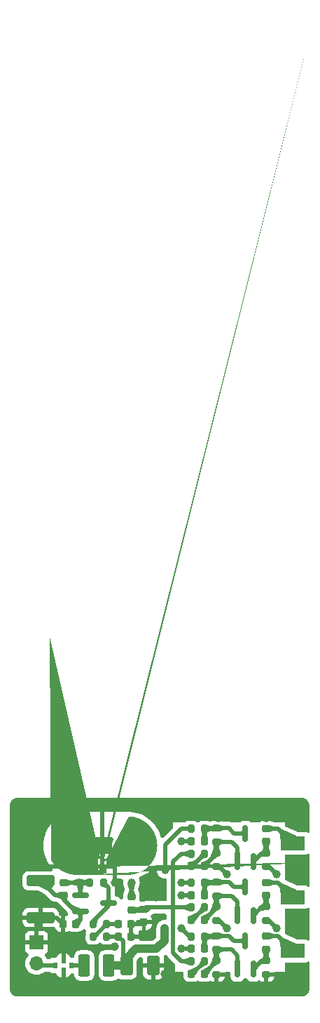
<source format=gtl>
G04 #@! TF.GenerationSoftware,KiCad,Pcbnew,8.0.2*
G04 #@! TF.CreationDate,2024-06-05T16:41:01+02:00*
G04 #@! TF.ProjectId,Local Oscillator 60 MHz,4c6f6361-6c20-44f7-9363-696c6c61746f,rev?*
G04 #@! TF.SameCoordinates,Original*
G04 #@! TF.FileFunction,Copper,L1,Top*
G04 #@! TF.FilePolarity,Positive*
%FSLAX46Y46*%
G04 Gerber Fmt 4.6, Leading zero omitted, Abs format (unit mm)*
G04 Created by KiCad (PCBNEW 8.0.2) date 2024-06-05 16:41:01*
%MOMM*%
%LPD*%
G01*
G04 APERTURE LIST*
G04 Aperture macros list*
%AMRoundRect*
0 Rectangle with rounded corners*
0 $1 Rounding radius*
0 $2 $3 $4 $5 $6 $7 $8 $9 X,Y pos of 4 corners*
0 Add a 4 corners polygon primitive as box body*
4,1,4,$2,$3,$4,$5,$6,$7,$8,$9,$2,$3,0*
0 Add four circle primitives for the rounded corners*
1,1,$1+$1,$2,$3*
1,1,$1+$1,$4,$5*
1,1,$1+$1,$6,$7*
1,1,$1+$1,$8,$9*
0 Add four rect primitives between the rounded corners*
20,1,$1+$1,$2,$3,$4,$5,0*
20,1,$1+$1,$4,$5,$6,$7,0*
20,1,$1+$1,$6,$7,$8,$9,0*
20,1,$1+$1,$8,$9,$2,$3,0*%
%AMFreePoly0*
4,1,124,3.223017,6.045185,3.225213,6.044748,3.493463,6.030690,3.857889,5.972970,4.214285,5.877474,4.558747,5.745248,4.887500,5.577740,5.196943,5.376785,5.483685,5.144586,5.744586,4.883685,5.976785,4.596943,6.177740,4.287500,6.345248,3.958747,6.477474,3.614285,6.572970,3.257889,6.630690,2.893463,6.650000,2.525000,6.630690,2.156537,6.572970,1.792111,6.477474,1.435715,
6.345248,1.091253,6.177740,0.762500,5.976785,0.453057,5.744586,0.166315,5.483685,-0.094586,5.196943,-0.326785,4.887500,-0.527740,4.558747,-0.695248,4.214285,-0.827474,3.857889,-0.922970,3.493463,-0.980690,3.225213,-0.994748,3.223017,-0.995185,3.216787,-0.995189,3.125000,-1.000000,3.074255,-0.995297,-3.125000,-1.000000,-3.223017,-0.995185,-3.225213,-0.994748,-3.493463,-0.980690,
-3.857889,-0.922970,-4.214285,-0.827474,-4.558747,-0.695248,-4.887500,-0.527740,-5.196943,-0.326785,-5.483685,-0.094586,-5.744586,0.166315,-5.976785,0.453057,-6.177740,0.762500,-6.345248,1.091253,-6.477474,1.435715,-6.572970,1.792111,-6.630690,2.156537,-6.650000,2.525000,-6.643710,2.645020,-4.650000,2.645020,-4.650000,2.404980,-4.612450,2.167895,-4.538273,1.939603,-4.429297,1.725726,
-4.288205,1.531529,-4.118471,1.361795,-3.924274,1.220703,-3.710397,1.111727,-3.482105,1.037550,-3.245020,1.000000,-3.125000,1.000000,-3.074255,0.995297,3.125000,1.000000,3.245020,1.000000,3.482105,1.037550,3.710397,1.111727,3.924274,1.220703,4.118471,1.361795,4.288205,1.531529,4.429297,1.725726,4.538273,1.939603,4.612450,2.167895,4.650000,2.404980,4.650000,2.645020,
4.612450,2.882105,4.538273,3.110397,4.429297,3.324274,4.288205,3.518471,4.118471,3.688205,3.924274,3.829297,3.710397,3.938273,3.482105,4.012450,3.245020,4.050000,3.125000,4.050000,3.074255,4.054702,-3.125000,4.050000,-3.245020,4.050000,-3.482105,4.012450,-3.710397,3.938273,-3.924274,3.829297,-4.118471,3.688205,-4.288205,3.518471,-4.429297,3.324274,-4.538273,3.110397,
-4.612450,2.882105,-4.650000,2.645020,-6.643710,2.645020,-6.630690,2.893463,-6.572970,3.257889,-6.477474,3.614285,-6.345248,3.958747,-6.177740,4.287500,-5.976785,4.596943,-5.744586,4.883685,-5.483685,5.144586,-5.196943,5.376785,-4.887500,5.577740,-4.558747,5.745248,-4.214285,5.877474,-3.857889,5.972970,-3.493463,6.030690,-3.225213,6.044748,-3.223017,6.045185,-3.216787,6.045189,
-3.125000,6.050000,-3.074255,6.045297,3.125000,6.050000,3.223017,6.045185,3.223017,6.045185,$1*%
G04 Aperture macros list end*
G04 #@! TA.AperFunction,ComponentPad*
%ADD10R,1.700000X1.700000*%
G04 #@! TD*
G04 #@! TA.AperFunction,ComponentPad*
%ADD11O,1.700000X1.700000*%
G04 #@! TD*
G04 #@! TA.AperFunction,SMDPad,CuDef*
%ADD12RoundRect,0.162500X0.162500X-0.837500X0.162500X0.837500X-0.162500X0.837500X-0.162500X-0.837500X0*%
G04 #@! TD*
G04 #@! TA.AperFunction,SMDPad,CuDef*
%ADD13RoundRect,0.225000X0.225000X0.250000X-0.225000X0.250000X-0.225000X-0.250000X0.225000X-0.250000X0*%
G04 #@! TD*
G04 #@! TA.AperFunction,SMDPad,CuDef*
%ADD14RoundRect,0.200000X0.275000X-0.200000X0.275000X0.200000X-0.275000X0.200000X-0.275000X-0.200000X0*%
G04 #@! TD*
G04 #@! TA.AperFunction,SMDPad,CuDef*
%ADD15RoundRect,0.162500X-0.837500X-0.162500X0.837500X-0.162500X0.837500X0.162500X-0.837500X0.162500X0*%
G04 #@! TD*
G04 #@! TA.AperFunction,SMDPad,CuDef*
%ADD16RoundRect,0.225000X-0.225000X-0.250000X0.225000X-0.250000X0.225000X0.250000X-0.225000X0.250000X0*%
G04 #@! TD*
G04 #@! TA.AperFunction,ComponentPad*
%ADD17C,1.500000*%
G04 #@! TD*
G04 #@! TA.AperFunction,SMDPad,CuDef*
%ADD18FreePoly0,0.000000*%
G04 #@! TD*
G04 #@! TA.AperFunction,SMDPad,CuDef*
%ADD19RoundRect,0.250001X-0.499999X-0.924999X0.499999X-0.924999X0.499999X0.924999X-0.499999X0.924999X0*%
G04 #@! TD*
G04 #@! TA.AperFunction,SMDPad,CuDef*
%ADD20RoundRect,0.225000X0.250000X-0.225000X0.250000X0.225000X-0.250000X0.225000X-0.250000X-0.225000X0*%
G04 #@! TD*
G04 #@! TA.AperFunction,SMDPad,CuDef*
%ADD21RoundRect,0.200000X-0.200000X-0.275000X0.200000X-0.275000X0.200000X0.275000X-0.200000X0.275000X0*%
G04 #@! TD*
G04 #@! TA.AperFunction,SMDPad,CuDef*
%ADD22RoundRect,0.250000X-1.450000X0.400000X-1.450000X-0.400000X1.450000X-0.400000X1.450000X0.400000X0*%
G04 #@! TD*
G04 #@! TA.AperFunction,SMDPad,CuDef*
%ADD23R,3.000000X1.750000*%
G04 #@! TD*
G04 #@! TA.AperFunction,SMDPad,CuDef*
%ADD24RoundRect,0.200000X0.200000X0.275000X-0.200000X0.275000X-0.200000X-0.275000X0.200000X-0.275000X0*%
G04 #@! TD*
G04 #@! TA.AperFunction,SMDPad,CuDef*
%ADD25R,0.600000X0.800000*%
G04 #@! TD*
G04 #@! TA.AperFunction,SMDPad,CuDef*
%ADD26R,0.600000X0.650000*%
G04 #@! TD*
G04 #@! TA.AperFunction,SMDPad,CuDef*
%ADD27RoundRect,0.250001X-0.462499X-1.074999X0.462499X-1.074999X0.462499X1.074999X-0.462499X1.074999X0*%
G04 #@! TD*
G04 #@! TA.AperFunction,SMDPad,CuDef*
%ADD28RoundRect,0.218750X-0.256250X0.218750X-0.256250X-0.218750X0.256250X-0.218750X0.256250X0.218750X0*%
G04 #@! TD*
G04 #@! TA.AperFunction,ViaPad*
%ADD29C,1.000000*%
G04 #@! TD*
G04 #@! TA.AperFunction,Conductor*
%ADD30C,0.500000*%
G04 #@! TD*
G04 #@! TA.AperFunction,Conductor*
%ADD31C,1.000000*%
G04 #@! TD*
G04 APERTURE END LIST*
D10*
X83500000Y-75725000D03*
D11*
X83500000Y-78265000D03*
D12*
X108750000Y-69040000D03*
X109700000Y-72460000D03*
X107800000Y-72460000D03*
D13*
X94925000Y-75000000D03*
X93375000Y-75000000D03*
D14*
X111250000Y-71425000D03*
X111250000Y-73075000D03*
D13*
X94925000Y-73500000D03*
X93375000Y-73500000D03*
D15*
X92210000Y-71000000D03*
X88790000Y-71950000D03*
X88790000Y-70050000D03*
D16*
X102225000Y-63500000D03*
X103775000Y-63500000D03*
D17*
X88975000Y-64000000D03*
D18*
X91475000Y-66525000D03*
D17*
X93855000Y-64000000D03*
D19*
X94375000Y-78500000D03*
X97625000Y-78500000D03*
D20*
X86750000Y-68475000D03*
X86750000Y-70025000D03*
D21*
X90325000Y-75000000D03*
X91975000Y-75000000D03*
D14*
X105250000Y-73075000D03*
X105250000Y-71425000D03*
D16*
X102225000Y-66500000D03*
X103775000Y-66500000D03*
D22*
X83975000Y-72725000D03*
X83975000Y-68275000D03*
D23*
X114500000Y-63750000D03*
D16*
X103775000Y-76500000D03*
X102225000Y-76500000D03*
D21*
X102175000Y-65000000D03*
X103825000Y-65000000D03*
D16*
X102225000Y-79500000D03*
X103775000Y-79500000D03*
D24*
X103825000Y-62000000D03*
X102175000Y-62000000D03*
D23*
X114500000Y-76750000D03*
D24*
X102175000Y-75000000D03*
X103825000Y-75000000D03*
D25*
X85750000Y-78500000D03*
D26*
X86750000Y-77875000D03*
X86750000Y-79125000D03*
D25*
X87750000Y-78500000D03*
D16*
X102225000Y-73000000D03*
X103775000Y-73000000D03*
D12*
X108750000Y-75540000D03*
X109700000Y-78960000D03*
X107800000Y-78960000D03*
D14*
X105250000Y-63575000D03*
X105250000Y-61925000D03*
D21*
X102175000Y-78000000D03*
X103825000Y-78000000D03*
D20*
X111250000Y-68475000D03*
X111250000Y-70025000D03*
D16*
X103775000Y-70000000D03*
X102225000Y-70000000D03*
D21*
X91975000Y-73500000D03*
X90325000Y-73500000D03*
D14*
X105250000Y-74925000D03*
X105250000Y-76575000D03*
D20*
X111250000Y-74975000D03*
X111250000Y-76525000D03*
D21*
X102175000Y-71500000D03*
X103825000Y-71500000D03*
D24*
X102175000Y-68500000D03*
X103825000Y-68500000D03*
D16*
X88250000Y-73500000D03*
X86700000Y-73500000D03*
D14*
X111250000Y-66575000D03*
X111250000Y-64925000D03*
D27*
X89262500Y-78500000D03*
X92237500Y-78500000D03*
D14*
X105250000Y-66575000D03*
X105250000Y-64925000D03*
D28*
X94975000Y-70212500D03*
X94975000Y-71787500D03*
D23*
X114500000Y-70250000D03*
D12*
X107800000Y-65960000D03*
X109700000Y-65960000D03*
X108750000Y-62540000D03*
D14*
X111250000Y-77925000D03*
X111250000Y-79575000D03*
D20*
X96475000Y-73275000D03*
X96475000Y-71725000D03*
D14*
X105250000Y-68425000D03*
X105250000Y-70075000D03*
D24*
X89925000Y-68500000D03*
X91575000Y-68500000D03*
D14*
X105250000Y-79575000D03*
X105250000Y-77925000D03*
D20*
X111250000Y-63525000D03*
X111250000Y-61975000D03*
D29*
X81250000Y-74000000D03*
X81250000Y-66500000D03*
X98500000Y-59250000D03*
X109750000Y-59250000D03*
X99750000Y-81250000D03*
X93500000Y-59250000D03*
X111000000Y-59250000D03*
X101000000Y-63500000D03*
X109750000Y-81250000D03*
X108500000Y-81250000D03*
X112250000Y-81250000D03*
X111000000Y-81250000D03*
X84750000Y-59250000D03*
X93000000Y-68500000D03*
X87250000Y-59250000D03*
X113500000Y-81250000D03*
X81250000Y-69000000D03*
X93000000Y-76250000D03*
X81250000Y-64000000D03*
X81250000Y-79000000D03*
X107250000Y-59250000D03*
X111250000Y-60750000D03*
X88500000Y-59250000D03*
X81250000Y-67750000D03*
X89000000Y-74750000D03*
X97250000Y-59250000D03*
X115500000Y-67750000D03*
X93500000Y-81250000D03*
X113500000Y-59250000D03*
X82250000Y-59250000D03*
X115500000Y-66500000D03*
X96000000Y-81250000D03*
X81250000Y-80250000D03*
X115500000Y-61500000D03*
X92250000Y-59250000D03*
X112250000Y-59250000D03*
X103500000Y-59250000D03*
X115500000Y-60250000D03*
X83500000Y-63250000D03*
X102250000Y-81250000D03*
X101000000Y-70000000D03*
X86000000Y-81250000D03*
X103500000Y-81250000D03*
X98000000Y-72750000D03*
X101000000Y-81250000D03*
X108500000Y-59250000D03*
X88500000Y-81250000D03*
X81250000Y-62750000D03*
X106500000Y-67475000D03*
X81250000Y-76500000D03*
X114750000Y-81250000D03*
X83000000Y-65250000D03*
X96500000Y-75000000D03*
X81250000Y-71500000D03*
X102250000Y-59250000D03*
X83000000Y-61250000D03*
X92250000Y-81250000D03*
X81250000Y-65250000D03*
X107250000Y-81250000D03*
X91000000Y-81250000D03*
X96000000Y-59250000D03*
X112500000Y-74000000D03*
X98500000Y-81250000D03*
X81250000Y-72750000D03*
X81250000Y-77750000D03*
X99000000Y-79500000D03*
X94750000Y-81250000D03*
X115500000Y-72750000D03*
X112500000Y-67500000D03*
X106030603Y-81246169D03*
X86000000Y-59250000D03*
X88500000Y-76250000D03*
X101000000Y-76500000D03*
X91000000Y-59250000D03*
X89750000Y-81250000D03*
X115500000Y-79000000D03*
X83500000Y-59250000D03*
X97250000Y-68000000D03*
X106000000Y-59250000D03*
X104750000Y-81250000D03*
X81250000Y-61500000D03*
X97250000Y-81250000D03*
X104750000Y-59250000D03*
X87250000Y-81250000D03*
X94750000Y-59250000D03*
X101000000Y-59250000D03*
X115500000Y-80250000D03*
X115500000Y-74000000D03*
X98750000Y-61250000D03*
X98000000Y-70250000D03*
X82250000Y-81250000D03*
X89750000Y-59250000D03*
X83500000Y-81250000D03*
X105500000Y-60750000D03*
X81250000Y-70250000D03*
X106500000Y-73975000D03*
X81250000Y-60250000D03*
X84750000Y-81250000D03*
X99750000Y-59250000D03*
X81250000Y-75250000D03*
X114750000Y-59250000D03*
X88750000Y-68500000D03*
X101000000Y-68500000D03*
X101000000Y-74000000D03*
X99000000Y-74000000D03*
X99050000Y-67000000D03*
X94975000Y-68500000D03*
D30*
X83735000Y-78500000D02*
X83500000Y-78265000D01*
X85750000Y-78500000D02*
X83735000Y-78500000D01*
X83500000Y-73200000D02*
X83500000Y-75725000D01*
X83975000Y-72725000D02*
X83500000Y-73200000D01*
X105250000Y-63575000D02*
X107075000Y-63575000D01*
X105250000Y-64925000D02*
X105250000Y-63575000D01*
X107075000Y-63575000D02*
X107800000Y-64300000D01*
X103775000Y-66500000D02*
X104000000Y-66500000D01*
X105250000Y-65025000D02*
X105250000Y-64925000D01*
X103775000Y-66500000D02*
X105250000Y-65025000D01*
X107800000Y-64300000D02*
X107800000Y-65960000D01*
X102225000Y-66500000D02*
X102325000Y-66500000D01*
X102325000Y-66500000D02*
X103825000Y-65000000D01*
X110735000Y-64925000D02*
X111250000Y-64925000D01*
X109700000Y-65960000D02*
X110735000Y-64925000D01*
X111250000Y-64925000D02*
X111250000Y-63525000D01*
X111250000Y-61975000D02*
X112725000Y-61975000D01*
X112725000Y-61975000D02*
X114500000Y-63750000D01*
X103775000Y-62050000D02*
X103825000Y-62000000D01*
X103825000Y-62000000D02*
X103825000Y-63450000D01*
X105175000Y-62000000D02*
X105250000Y-61925000D01*
X103825000Y-63450000D02*
X103775000Y-63500000D01*
X107395000Y-62540000D02*
X108750000Y-62540000D01*
X105250000Y-61925000D02*
X106780000Y-61925000D01*
X106780000Y-61925000D02*
X107395000Y-62540000D01*
X103825000Y-62000000D02*
X105175000Y-62000000D01*
X94925000Y-73500000D02*
X96250000Y-73500000D01*
X102225000Y-76500000D02*
X101000000Y-76500000D01*
X111250000Y-66575000D02*
X111575000Y-66575000D01*
X93000000Y-68500000D02*
X93000000Y-66525000D01*
X94925000Y-75000000D02*
X94925000Y-73500000D01*
X105250000Y-73075000D02*
X105600000Y-73075000D01*
X96250000Y-73500000D02*
X96475000Y-73275000D01*
X111575000Y-73075000D02*
X112500000Y-74000000D01*
X102225000Y-63500000D02*
X101000000Y-63500000D01*
X105600000Y-73075000D02*
X106500000Y-73975000D01*
X105250000Y-66575000D02*
X105600000Y-66575000D01*
X102225000Y-70000000D02*
X101000000Y-70000000D01*
X111250000Y-73075000D02*
X111575000Y-73075000D01*
X93000000Y-68500000D02*
X93000000Y-68000000D01*
X93000000Y-66525000D02*
X91475000Y-66525000D01*
X105600000Y-66575000D02*
X106500000Y-67475000D01*
X86700000Y-73500000D02*
X85925000Y-72725000D01*
X85925000Y-72725000D02*
X83975000Y-72725000D01*
X111575000Y-66575000D02*
X112500000Y-67500000D01*
X105250000Y-70075000D02*
X107075000Y-70075000D01*
X105250000Y-71525000D02*
X105250000Y-71425000D01*
X103775000Y-73000000D02*
X104000000Y-73000000D01*
X107075000Y-70075000D02*
X107800000Y-70800000D01*
X103775000Y-73000000D02*
X105250000Y-71525000D01*
X105250000Y-71425000D02*
X105250000Y-70075000D01*
X107800000Y-70800000D02*
X107800000Y-72460000D01*
X102325000Y-73000000D02*
X103825000Y-71500000D01*
X102225000Y-73000000D02*
X102325000Y-73000000D01*
X109700000Y-72460000D02*
X110735000Y-71425000D01*
X110735000Y-71425000D02*
X111250000Y-71425000D01*
X111250000Y-71425000D02*
X111250000Y-70025000D01*
X103825000Y-69950000D02*
X103775000Y-70000000D01*
X107395000Y-69040000D02*
X108750000Y-69040000D01*
X103775000Y-68550000D02*
X103825000Y-68500000D01*
X105250000Y-68425000D02*
X106780000Y-68425000D01*
X103825000Y-68500000D02*
X105175000Y-68500000D01*
X105175000Y-68500000D02*
X105250000Y-68425000D01*
X106780000Y-68425000D02*
X107395000Y-69040000D01*
X103825000Y-68500000D02*
X103825000Y-69950000D01*
X112725000Y-68475000D02*
X114500000Y-70250000D01*
X111250000Y-68475000D02*
X112725000Y-68475000D01*
X94975000Y-71787500D02*
X96412500Y-71787500D01*
X101000000Y-65000000D02*
X100000000Y-66000000D01*
X100000000Y-66000000D02*
X100000000Y-71500000D01*
X96412500Y-71787500D02*
X96475000Y-71725000D01*
X102175000Y-71500000D02*
X100000000Y-71500000D01*
X100000000Y-71500000D02*
X96700000Y-71500000D01*
X100000000Y-77000000D02*
X101000000Y-78000000D01*
X101000000Y-78000000D02*
X102175000Y-78000000D01*
X100000000Y-71500000D02*
X100000000Y-77000000D01*
X96700000Y-71500000D02*
X96475000Y-71725000D01*
X102175000Y-65000000D02*
X101000000Y-65000000D01*
X102325000Y-79500000D02*
X103825000Y-78000000D01*
X102225000Y-79500000D02*
X102325000Y-79500000D01*
X103775000Y-79500000D02*
X105250000Y-78025000D01*
X107075000Y-76575000D02*
X107800000Y-77300000D01*
X107800000Y-77300000D02*
X107800000Y-78960000D01*
X105250000Y-78025000D02*
X105250000Y-77925000D01*
X105250000Y-76575000D02*
X107075000Y-76575000D01*
X105250000Y-77925000D02*
X105250000Y-76575000D01*
X103775000Y-79500000D02*
X104000000Y-79500000D01*
X109700000Y-78960000D02*
X110735000Y-77925000D01*
X110735000Y-77925000D02*
X111250000Y-77925000D01*
X111250000Y-77925000D02*
X111250000Y-76525000D01*
X103775000Y-75050000D02*
X103825000Y-75000000D01*
X105250000Y-74925000D02*
X106780000Y-74925000D01*
X103825000Y-75000000D02*
X103825000Y-76450000D01*
X103825000Y-76450000D02*
X103775000Y-76500000D01*
X106780000Y-74925000D02*
X107395000Y-75540000D01*
X103825000Y-75000000D02*
X105175000Y-75000000D01*
X107395000Y-75540000D02*
X108750000Y-75540000D01*
X105175000Y-75000000D02*
X105250000Y-74925000D01*
X111250000Y-74975000D02*
X112725000Y-74975000D01*
X112725000Y-74975000D02*
X114500000Y-76750000D01*
X88790000Y-68540000D02*
X88750000Y-68500000D01*
X88790000Y-70050000D02*
X88790000Y-68540000D01*
X88725000Y-68475000D02*
X88750000Y-68500000D01*
X89925000Y-68500000D02*
X88750000Y-68500000D01*
X86750000Y-68475000D02*
X88725000Y-68475000D01*
X90325000Y-73175000D02*
X92210000Y-71290000D01*
X92210000Y-71290000D02*
X92210000Y-71000000D01*
X92210000Y-69135000D02*
X92210000Y-71000000D01*
X91575000Y-68500000D02*
X92210000Y-69135000D01*
X90325000Y-73500000D02*
X90325000Y-73175000D01*
X91975000Y-73500000D02*
X93375000Y-73500000D01*
X90325000Y-75000000D02*
X90475000Y-75000000D01*
X90475000Y-75000000D02*
X91975000Y-73500000D01*
X101000000Y-62000000D02*
X102175000Y-62000000D01*
X94375000Y-78500000D02*
X93950000Y-78075000D01*
D31*
X95500000Y-76500000D02*
X98000000Y-76500000D01*
X94375000Y-78500000D02*
X94375000Y-77625000D01*
X94375000Y-77625000D02*
X95500000Y-76500000D01*
D30*
X91862500Y-75112500D02*
X91975000Y-75000000D01*
X102175000Y-68500000D02*
X102000000Y-68500000D01*
X93950000Y-75575000D02*
X93375000Y-75000000D01*
X102000000Y-75000000D02*
X101000000Y-74000000D01*
X93950000Y-78075000D02*
X93950000Y-75575000D01*
X102175000Y-68500000D02*
X102000000Y-68500000D01*
D31*
X92237500Y-78500000D02*
X94375000Y-78500000D01*
D30*
X102175000Y-75000000D02*
X102000000Y-75000000D01*
X99050000Y-63950000D02*
X101000000Y-62000000D01*
X102175000Y-68500000D02*
X102000000Y-68500000D01*
X102175000Y-68500000D02*
X102000000Y-68500000D01*
X102175000Y-62000000D02*
X102000000Y-62000000D01*
X91975000Y-75000000D02*
X93375000Y-75000000D01*
X102175000Y-68500000D02*
X101000000Y-68500000D01*
X99050000Y-67000000D02*
X99050000Y-63950000D01*
D31*
X98000000Y-76500000D02*
X99000000Y-75500000D01*
X99000000Y-75500000D02*
X99000000Y-74000000D01*
D30*
X87750000Y-78500000D02*
X89262500Y-78500000D01*
X94975000Y-68500000D02*
X94975000Y-70212500D01*
X88200000Y-71950000D02*
X86750000Y-70500000D01*
X85725000Y-70025000D02*
X83975000Y-68275000D01*
X88250000Y-73500000D02*
X88790000Y-72960000D01*
X86750000Y-70500000D02*
X86750000Y-70025000D01*
X86750000Y-70025000D02*
X85725000Y-70025000D01*
X88790000Y-72960000D02*
X88790000Y-71950000D01*
X88790000Y-71950000D02*
X88200000Y-71950000D01*
G04 #@! TA.AperFunction,Conductor*
G36*
X115488557Y-58250005D02*
G01*
X115490122Y-58250014D01*
X115498499Y-58250065D01*
X115501433Y-58250101D01*
X115511728Y-58250290D01*
X115512776Y-58250313D01*
X115543802Y-58251073D01*
X115554418Y-58251561D01*
X115587355Y-58253786D01*
X115608594Y-58256141D01*
X115641188Y-58261180D01*
X115651683Y-58263034D01*
X115688648Y-58270387D01*
X115700494Y-58273047D01*
X115777730Y-58292393D01*
X115801100Y-58299483D01*
X115870248Y-58324225D01*
X115892815Y-58333573D01*
X115959204Y-58364972D01*
X115980754Y-58376491D01*
X116043741Y-58414244D01*
X116064057Y-58427818D01*
X116123041Y-58471563D01*
X116141932Y-58487067D01*
X116196341Y-58536381D01*
X116213618Y-58553658D01*
X116262932Y-58608067D01*
X116278434Y-58626956D01*
X116322180Y-58685940D01*
X116335748Y-58706245D01*
X116373509Y-58769245D01*
X116385027Y-58790794D01*
X116416429Y-58857189D01*
X116425779Y-58879763D01*
X116450516Y-58948898D01*
X116457610Y-58972283D01*
X116476940Y-59049454D01*
X116479617Y-59061377D01*
X116486960Y-59098292D01*
X116488823Y-59108834D01*
X116493859Y-59141415D01*
X116496214Y-59162656D01*
X116498436Y-59195524D01*
X116498927Y-59206188D01*
X116499680Y-59236927D01*
X116499712Y-59238440D01*
X116499897Y-59248503D01*
X116499934Y-59251542D01*
X116499995Y-59261417D01*
X116500000Y-59262955D01*
X116500000Y-61250000D01*
X112927115Y-61250000D01*
X112798920Y-61224500D01*
X112798918Y-61224500D01*
X112305555Y-61224500D01*
X112231710Y-61213298D01*
X111759048Y-61066520D01*
X111759038Y-61066516D01*
X111759038Y-61066517D01*
X111756578Y-61065753D01*
X111756575Y-61065752D01*
X111743742Y-61061767D01*
X111743738Y-61061766D01*
X111743731Y-61061764D01*
X111723900Y-61057849D01*
X111693810Y-61049927D01*
X111647710Y-61034651D01*
X111611128Y-61030914D01*
X111548345Y-61024500D01*
X111548341Y-61024500D01*
X110951657Y-61024500D01*
X110882222Y-61031593D01*
X110852292Y-61034651D01*
X110852290Y-61034651D01*
X110852286Y-61034652D01*
X110691306Y-61087995D01*
X110546958Y-61177030D01*
X110546956Y-61177031D01*
X110546956Y-61177032D01*
X110546916Y-61177071D01*
X110546847Y-61177117D01*
X110535580Y-61186027D01*
X110534865Y-61185123D01*
X110466137Y-61231046D01*
X110370849Y-61250000D01*
X109500763Y-61250000D01*
X109405475Y-61231046D01*
X109336895Y-61185223D01*
X109336245Y-61186053D01*
X109325277Y-61177460D01*
X109324696Y-61177072D01*
X109324388Y-61176764D01*
X109186602Y-61093469D01*
X109186600Y-61093468D01*
X109186598Y-61093467D01*
X109032887Y-61045570D01*
X109032880Y-61045569D01*
X108966094Y-61039500D01*
X108533905Y-61039500D01*
X108467114Y-61045569D01*
X108313399Y-61093468D01*
X108313398Y-61093469D01*
X108175613Y-61176763D01*
X108175612Y-61176763D01*
X108175612Y-61176764D01*
X108175304Y-61177072D01*
X108174722Y-61177460D01*
X108163755Y-61186053D01*
X108163104Y-61185223D01*
X108094525Y-61231046D01*
X107999237Y-61250000D01*
X107161085Y-61250000D01*
X107065798Y-61231046D01*
X106998914Y-61203342D01*
X106998911Y-61203341D01*
X106853920Y-61174500D01*
X106853918Y-61174500D01*
X106239998Y-61174500D01*
X106177913Y-61166636D01*
X105734375Y-61052439D01*
X105734360Y-61052435D01*
X105718558Y-61049591D01*
X105688599Y-61042257D01*
X105670884Y-61036737D01*
X105652194Y-61030913D01*
X105581630Y-61024500D01*
X105581616Y-61024500D01*
X104918384Y-61024500D01*
X104918369Y-61024500D01*
X104847811Y-61030912D01*
X104847804Y-61030914D01*
X104685390Y-61081523D01*
X104685382Y-61081527D01*
X104677761Y-61086134D01*
X104639103Y-61105146D01*
X104579484Y-61128300D01*
X104483797Y-61145128D01*
X104388955Y-61124058D01*
X104360524Y-61109281D01*
X104314606Y-61081522D01*
X104152196Y-61030914D01*
X104152188Y-61030912D01*
X104081630Y-61024500D01*
X104081616Y-61024500D01*
X103568384Y-61024500D01*
X103568369Y-61024500D01*
X103497811Y-61030912D01*
X103497803Y-61030914D01*
X103335391Y-61081522D01*
X103189816Y-61169527D01*
X103189815Y-61169527D01*
X103189815Y-61169528D01*
X103182270Y-61177072D01*
X103101492Y-61231046D01*
X103006204Y-61250000D01*
X102993796Y-61250000D01*
X102898508Y-61231046D01*
X102817729Y-61177072D01*
X102810185Y-61169528D01*
X102742686Y-61128723D01*
X102664608Y-61081522D01*
X102502196Y-61030914D01*
X102502188Y-61030912D01*
X102431630Y-61024500D01*
X102431616Y-61024500D01*
X101918384Y-61024500D01*
X101918369Y-61024500D01*
X101847811Y-61030912D01*
X101847803Y-61030914D01*
X101685391Y-61081522D01*
X101539816Y-61169527D01*
X101539815Y-61169527D01*
X101539815Y-61169528D01*
X101532770Y-61176572D01*
X101451992Y-61230546D01*
X101356704Y-61249500D01*
X100926075Y-61249500D01*
X100923561Y-61250000D01*
X100000000Y-61250000D01*
X100009433Y-61929197D01*
X98904264Y-63034366D01*
X98823482Y-63088342D01*
X98728194Y-63107296D01*
X98632906Y-63088342D01*
X98552124Y-63034366D01*
X98498148Y-62953584D01*
X98491003Y-62933408D01*
X98490853Y-62933458D01*
X98375676Y-62578978D01*
X98375671Y-62578963D01*
X98356734Y-62529632D01*
X98206445Y-62192076D01*
X98182457Y-62144996D01*
X98182454Y-62144991D01*
X97997711Y-61825007D01*
X97968919Y-61780673D01*
X97751752Y-61481769D01*
X97718493Y-61440698D01*
X97718474Y-61440676D01*
X97471276Y-61166134D01*
X97433865Y-61128723D01*
X97159323Y-60881525D01*
X97159301Y-60881506D01*
X97118230Y-60848247D01*
X96819326Y-60631080D01*
X96774992Y-60602288D01*
X96455008Y-60417545D01*
X96455003Y-60417542D01*
X96407923Y-60393554D01*
X96070367Y-60243265D01*
X96021036Y-60224328D01*
X96021021Y-60224323D01*
X95669637Y-60110152D01*
X95618586Y-60096473D01*
X95257165Y-60019652D01*
X95257154Y-60019649D01*
X95204972Y-60011386D01*
X94837535Y-59972767D01*
X94784727Y-59970000D01*
X91725001Y-59970000D01*
X91725000Y-59970001D01*
X91725000Y-62979999D01*
X91725001Y-62980000D01*
X92564308Y-62980000D01*
X92659596Y-62998954D01*
X92740378Y-63052930D01*
X92794354Y-63133712D01*
X92813308Y-63229000D01*
X92794354Y-63324288D01*
X92773192Y-63362860D01*
X92773336Y-63362943D01*
X92769529Y-63369535D01*
X92768275Y-63371823D01*
X92767901Y-63372357D01*
X92767894Y-63372368D01*
X92675426Y-63570666D01*
X92675425Y-63570670D01*
X92618793Y-63782023D01*
X92599723Y-64000000D01*
X92618793Y-64217977D01*
X92638042Y-64289815D01*
X92660882Y-64375057D01*
X92675425Y-64429330D01*
X92767898Y-64627639D01*
X92767899Y-64627640D01*
X92767900Y-64627643D01*
X92768278Y-64628182D01*
X92768489Y-64628663D01*
X92773332Y-64637050D01*
X92772413Y-64637580D01*
X92807406Y-64717109D01*
X92809525Y-64814241D01*
X92774311Y-64904790D01*
X92707126Y-64974970D01*
X92618199Y-65014098D01*
X92564308Y-65020000D01*
X91725001Y-65020000D01*
X91725000Y-65020001D01*
X91725000Y-66526000D01*
X91706046Y-66621288D01*
X91652070Y-66702070D01*
X91571288Y-66756046D01*
X91476000Y-66775000D01*
X85425721Y-66775000D01*
X85416385Y-66795967D01*
X85429807Y-66888533D01*
X85405891Y-66982698D01*
X85347761Y-67060544D01*
X85264265Y-67110218D01*
X85181148Y-67124500D01*
X82474993Y-67124500D01*
X82372199Y-67135001D01*
X82205667Y-67190185D01*
X82056346Y-67282286D01*
X81932286Y-67406346D01*
X81840184Y-67555668D01*
X81785002Y-67722197D01*
X81785001Y-67722204D01*
X81774500Y-67824988D01*
X81774500Y-68724997D01*
X81774501Y-68725014D01*
X81785001Y-68827800D01*
X81840185Y-68994332D01*
X81840186Y-68994334D01*
X81932288Y-69143656D01*
X82056344Y-69267712D01*
X82205666Y-69359814D01*
X82205669Y-69359815D01*
X82205667Y-69359815D01*
X82359993Y-69410953D01*
X82372203Y-69414999D01*
X82474991Y-69425500D01*
X83508917Y-69425499D01*
X83604205Y-69444453D01*
X83625421Y-69454436D01*
X84118625Y-69715544D01*
X84553596Y-69945823D01*
X84586078Y-69963019D01*
X84645643Y-70007012D01*
X84950395Y-70311763D01*
X85246584Y-70607952D01*
X85296641Y-70641398D01*
X85369505Y-70690084D01*
X85401510Y-70703340D01*
X85401512Y-70703342D01*
X85506088Y-70746659D01*
X85506091Y-70746660D01*
X85604738Y-70766282D01*
X85604744Y-70766282D01*
X85604751Y-70766284D01*
X85651082Y-70775500D01*
X85651083Y-70775500D01*
X85694447Y-70775500D01*
X85768291Y-70786702D01*
X85880450Y-70821531D01*
X86025607Y-70866607D01*
X86110985Y-70912966D01*
X86158800Y-70966072D01*
X86167046Y-70978413D01*
X86167047Y-70978415D01*
X86454801Y-71266170D01*
X86468547Y-71281084D01*
X86480169Y-71294773D01*
X86493799Y-71310181D01*
X86494445Y-71310882D01*
X86548979Y-71361916D01*
X86548980Y-71361917D01*
X86558847Y-71371150D01*
X86558721Y-71371284D01*
X86567755Y-71379122D01*
X86868843Y-71680211D01*
X87163778Y-71975146D01*
X87169331Y-71980880D01*
X87176412Y-71988430D01*
X87181400Y-71993041D01*
X87188452Y-71999820D01*
X87219232Y-72030600D01*
X87273208Y-72111382D01*
X87291140Y-72184137D01*
X87295570Y-72232890D01*
X87295818Y-72234137D01*
X87295817Y-72235617D01*
X87296762Y-72246007D01*
X87295817Y-72246092D01*
X87295813Y-72331292D01*
X87258628Y-72421049D01*
X87189926Y-72489744D01*
X87100164Y-72526919D01*
X87026296Y-72530412D01*
X86973325Y-72525000D01*
X86950001Y-72525000D01*
X86950000Y-72525001D01*
X86950000Y-74474998D01*
X86950001Y-74474999D01*
X86973304Y-74474999D01*
X86973320Y-74474998D01*
X87072609Y-74464855D01*
X87072612Y-74464854D01*
X87233479Y-74411548D01*
X87343802Y-74343500D01*
X87434854Y-74309607D01*
X87531944Y-74313138D01*
X87605238Y-74343497D01*
X87716303Y-74412003D01*
X87877292Y-74465349D01*
X87976655Y-74475500D01*
X88523344Y-74475499D01*
X88622708Y-74465349D01*
X88783697Y-74412003D01*
X88928044Y-74322968D01*
X89047968Y-74203044D01*
X89047977Y-74203028D01*
X89050769Y-74199499D01*
X89055778Y-74195232D01*
X89058222Y-74192789D01*
X89058417Y-74192984D01*
X89124734Y-74136505D01*
X89217176Y-74106611D01*
X89314020Y-74114369D01*
X89400525Y-74158597D01*
X89463519Y-74232562D01*
X89493413Y-74325004D01*
X89485655Y-74421848D01*
X89483824Y-74428001D01*
X89430915Y-74597797D01*
X89430912Y-74597811D01*
X89424500Y-74668369D01*
X89424500Y-75331630D01*
X89430912Y-75402188D01*
X89430914Y-75402196D01*
X89481522Y-75564608D01*
X89548560Y-75675500D01*
X89569528Y-75710185D01*
X89689815Y-75830472D01*
X89717083Y-75846956D01*
X89835391Y-75918477D01*
X89835393Y-75918477D01*
X89835394Y-75918478D01*
X89997804Y-75969086D01*
X89997808Y-75969086D01*
X89997811Y-75969087D01*
X90068369Y-75975499D01*
X90068377Y-75975499D01*
X90068384Y-75975500D01*
X90068390Y-75975500D01*
X90581610Y-75975500D01*
X90581616Y-75975500D01*
X90581623Y-75975499D01*
X90581630Y-75975499D01*
X90652188Y-75969087D01*
X90652189Y-75969086D01*
X90652196Y-75969086D01*
X90814606Y-75918478D01*
X90815409Y-75917993D01*
X90836067Y-75905503D01*
X90960185Y-75830472D01*
X90973933Y-75816723D01*
X91054712Y-75762750D01*
X91150000Y-75743796D01*
X91245288Y-75762750D01*
X91326066Y-75816723D01*
X91339815Y-75830472D01*
X91367083Y-75846956D01*
X91485391Y-75918477D01*
X91485393Y-75918477D01*
X91485394Y-75918478D01*
X91647804Y-75969086D01*
X91647808Y-75969086D01*
X91647811Y-75969087D01*
X91718369Y-75975499D01*
X91718377Y-75975499D01*
X91718384Y-75975500D01*
X91718390Y-75975500D01*
X92231610Y-75975500D01*
X92231616Y-75975500D01*
X92231623Y-75975499D01*
X92231630Y-75975499D01*
X92302188Y-75969087D01*
X92302189Y-75969086D01*
X92302196Y-75969086D01*
X92464606Y-75918478D01*
X92530028Y-75878928D01*
X92621379Y-75845853D01*
X92718434Y-75850253D01*
X92789561Y-75880087D01*
X92841303Y-75912003D01*
X93002292Y-75965349D01*
X93002305Y-75965350D01*
X93002610Y-75965416D01*
X93002985Y-75965577D01*
X93015196Y-75969624D01*
X93014842Y-75970691D01*
X93091822Y-76003892D01*
X93159518Y-76073579D01*
X93195394Y-76163868D01*
X93199500Y-76208902D01*
X93199500Y-76455062D01*
X93180546Y-76550350D01*
X93126570Y-76631132D01*
X93045788Y-76685108D01*
X92950500Y-76704062D01*
X92872181Y-76691424D01*
X92852797Y-76685001D01*
X92818534Y-76681500D01*
X92750012Y-76674500D01*
X92750008Y-76674500D01*
X91724992Y-76674500D01*
X91724987Y-76674500D01*
X91651571Y-76682000D01*
X91622203Y-76685001D01*
X91622201Y-76685001D01*
X91455665Y-76740186D01*
X91306347Y-76832287D01*
X91182287Y-76956347D01*
X91090186Y-77105665D01*
X91035001Y-77272201D01*
X91035001Y-77272205D01*
X91024500Y-77374987D01*
X91024500Y-79625012D01*
X91035001Y-79727794D01*
X91035001Y-79727798D01*
X91090186Y-79894334D01*
X91165183Y-80015923D01*
X91182289Y-80043655D01*
X91306345Y-80167711D01*
X91455666Y-80259814D01*
X91622203Y-80314999D01*
X91724992Y-80325500D01*
X91725001Y-80325500D01*
X92749999Y-80325500D01*
X92750008Y-80325500D01*
X92852797Y-80314999D01*
X93019334Y-80259814D01*
X93168655Y-80167711D01*
X93212892Y-80123473D01*
X93293670Y-80069499D01*
X93388958Y-80050544D01*
X93484246Y-80069497D01*
X93519671Y-80087612D01*
X93555666Y-80109814D01*
X93722203Y-80164999D01*
X93824992Y-80175500D01*
X93825001Y-80175500D01*
X94924999Y-80175500D01*
X94925008Y-80175500D01*
X95027797Y-80164999D01*
X95194334Y-80109814D01*
X95343655Y-80017711D01*
X95467711Y-79893655D01*
X95559814Y-79744334D01*
X95614999Y-79577797D01*
X95625500Y-79475008D01*
X95625500Y-78750001D01*
X96375000Y-78750001D01*
X96375000Y-79474980D01*
X96385494Y-79577693D01*
X96385495Y-79577700D01*
X96440640Y-79744119D01*
X96440641Y-79744120D01*
X96532681Y-79893340D01*
X96532684Y-79893344D01*
X96656655Y-80017315D01*
X96656659Y-80017318D01*
X96805879Y-80109358D01*
X96805880Y-80109359D01*
X96972299Y-80164504D01*
X96972306Y-80164505D01*
X97075019Y-80174999D01*
X97075030Y-80175000D01*
X97374999Y-80175000D01*
X97375000Y-80174999D01*
X97375000Y-78750001D01*
X97875000Y-78750001D01*
X97875000Y-80174999D01*
X97875001Y-80175000D01*
X98174970Y-80175000D01*
X98174980Y-80174999D01*
X98277693Y-80164505D01*
X98277700Y-80164504D01*
X98444119Y-80109359D01*
X98444120Y-80109358D01*
X98593340Y-80017318D01*
X98593344Y-80017315D01*
X98717315Y-79893344D01*
X98717318Y-79893340D01*
X98809358Y-79744120D01*
X98809359Y-79744119D01*
X98864504Y-79577700D01*
X98864505Y-79577693D01*
X98874999Y-79474980D01*
X98875000Y-79474970D01*
X98875000Y-78750001D01*
X98874999Y-78750000D01*
X97875001Y-78750000D01*
X97875000Y-78750001D01*
X97375000Y-78750001D01*
X97374999Y-78750000D01*
X96375001Y-78750000D01*
X96375000Y-78750001D01*
X95625500Y-78750001D01*
X95625500Y-77892559D01*
X95644454Y-77797271D01*
X95698427Y-77716492D01*
X95841491Y-77573430D01*
X95922273Y-77519454D01*
X96017560Y-77500500D01*
X96126000Y-77500500D01*
X96221288Y-77519454D01*
X96302070Y-77573430D01*
X96356046Y-77654212D01*
X96375000Y-77749500D01*
X96375000Y-78249999D01*
X96375001Y-78250000D01*
X98874999Y-78250000D01*
X98875000Y-78249999D01*
X98875000Y-77525029D01*
X98874998Y-77525009D01*
X98873357Y-77508940D01*
X98882527Y-77412219D01*
X98928012Y-77326369D01*
X99002888Y-77264461D01*
X99095756Y-77235919D01*
X99192477Y-77245089D01*
X99278327Y-77290574D01*
X99325205Y-77347271D01*
X99328120Y-77345324D01*
X99355721Y-77386632D01*
X99355722Y-77386634D01*
X99417047Y-77478415D01*
X99417049Y-77478418D01*
X100178840Y-78240207D01*
X100232817Y-78320989D01*
X100237341Y-78338564D01*
X100250000Y-79250000D01*
X101109905Y-79250000D01*
X101142680Y-79259910D01*
X101217837Y-79321477D01*
X101263713Y-79407118D01*
X101274500Y-79479613D01*
X101274500Y-79798342D01*
X101277897Y-79831591D01*
X101284306Y-79894334D01*
X101284652Y-79897713D01*
X101337995Y-80058693D01*
X101337996Y-80058695D01*
X101337997Y-80058697D01*
X101381281Y-80128870D01*
X101410042Y-80175500D01*
X101427032Y-80203044D01*
X101546956Y-80322968D01*
X101691303Y-80412003D01*
X101852292Y-80465349D01*
X101951655Y-80475500D01*
X102498344Y-80475499D01*
X102597708Y-80465349D01*
X102758697Y-80412003D01*
X102869284Y-80343791D01*
X102960332Y-80309901D01*
X103057423Y-80313433D01*
X103130714Y-80343790D01*
X103241303Y-80412003D01*
X103402292Y-80465349D01*
X103501655Y-80475500D01*
X104048344Y-80475499D01*
X104147708Y-80465349D01*
X104228202Y-80438676D01*
X104308692Y-80412005D01*
X104308693Y-80412004D01*
X104308697Y-80412003D01*
X104360916Y-80379793D01*
X104451963Y-80345902D01*
X104549054Y-80349433D01*
X104620450Y-80378633D01*
X104685597Y-80418016D01*
X104685602Y-80418018D01*
X104847898Y-80468591D01*
X104918410Y-80474998D01*
X104918431Y-80474999D01*
X104999999Y-80474999D01*
X105000000Y-80474998D01*
X105000000Y-79825001D01*
X105500000Y-79825001D01*
X105500000Y-80474998D01*
X105500001Y-80474999D01*
X105581568Y-80474999D01*
X105652105Y-80468590D01*
X105814397Y-80418018D01*
X105814402Y-80418016D01*
X105959870Y-80330077D01*
X106080077Y-80209870D01*
X106168016Y-80064402D01*
X106168018Y-80064397D01*
X106218591Y-79902101D01*
X106224998Y-79831591D01*
X106225000Y-79831567D01*
X106225000Y-79825001D01*
X106224999Y-79825000D01*
X105500001Y-79825000D01*
X105500000Y-79825001D01*
X105000000Y-79825001D01*
X105000000Y-79574000D01*
X105018954Y-79478712D01*
X105072930Y-79397930D01*
X105153712Y-79343954D01*
X105249000Y-79325000D01*
X106224998Y-79325000D01*
X106227068Y-79322930D01*
X106307850Y-79268954D01*
X106403138Y-79250000D01*
X106725501Y-79250000D01*
X106820789Y-79268954D01*
X106901571Y-79322930D01*
X106955547Y-79403712D01*
X106974500Y-79498998D01*
X106974501Y-79851090D01*
X106980570Y-79917887D01*
X106980571Y-79917890D01*
X107027813Y-80069499D01*
X107028469Y-80071602D01*
X107111764Y-80209388D01*
X107225612Y-80323236D01*
X107363398Y-80406531D01*
X107517113Y-80454430D01*
X107583909Y-80460500D01*
X108016090Y-80460499D01*
X108016094Y-80460499D01*
X108060621Y-80456453D01*
X108082887Y-80454430D01*
X108236602Y-80406531D01*
X108374388Y-80323236D01*
X108488236Y-80209388D01*
X108536913Y-80128866D01*
X108602427Y-80057130D01*
X108690410Y-80015923D01*
X108787465Y-80011522D01*
X108878817Y-80044597D01*
X108950557Y-80110114D01*
X108963078Y-80128852D01*
X109011764Y-80209388D01*
X109125612Y-80323236D01*
X109263398Y-80406531D01*
X109417113Y-80454430D01*
X109483909Y-80460500D01*
X109916090Y-80460499D01*
X109916094Y-80460499D01*
X109960621Y-80456453D01*
X109982887Y-80454430D01*
X110136602Y-80406531D01*
X110272785Y-80324204D01*
X110364133Y-80291130D01*
X110461188Y-80295530D01*
X110530417Y-80324206D01*
X110685597Y-80418016D01*
X110685602Y-80418018D01*
X110847898Y-80468591D01*
X110918410Y-80474998D01*
X110918431Y-80474999D01*
X110999999Y-80474999D01*
X111000000Y-80474998D01*
X111000000Y-79825001D01*
X111500000Y-79825001D01*
X111500000Y-80474998D01*
X111500001Y-80474999D01*
X111581568Y-80474999D01*
X111652105Y-80468590D01*
X111814397Y-80418018D01*
X111814402Y-80418016D01*
X111959870Y-80330077D01*
X112080077Y-80209870D01*
X112168016Y-80064402D01*
X112168018Y-80064397D01*
X112218591Y-79902101D01*
X112224998Y-79831591D01*
X112225000Y-79831567D01*
X112225000Y-79825001D01*
X112224999Y-79825000D01*
X111500001Y-79825000D01*
X111500000Y-79825001D01*
X111000000Y-79825001D01*
X111000000Y-79574000D01*
X111018954Y-79478712D01*
X111072930Y-79397930D01*
X111153712Y-79343954D01*
X111249000Y-79325000D01*
X112224998Y-79325000D01*
X112227068Y-79322930D01*
X112307850Y-79268954D01*
X112403138Y-79250000D01*
X116500000Y-79250000D01*
X116500000Y-81237044D01*
X116499995Y-81238582D01*
X116499934Y-81248457D01*
X116499897Y-81251496D01*
X116499712Y-81261559D01*
X116499681Y-81262983D01*
X116498927Y-81293809D01*
X116498436Y-81304475D01*
X116496214Y-81337343D01*
X116493859Y-81358584D01*
X116488823Y-81391165D01*
X116486960Y-81401707D01*
X116479617Y-81438622D01*
X116476940Y-81450545D01*
X116457610Y-81527716D01*
X116450516Y-81551101D01*
X116425779Y-81620236D01*
X116416428Y-81642811D01*
X116385027Y-81709203D01*
X116373508Y-81730754D01*
X116335755Y-81793741D01*
X116322181Y-81814057D01*
X116278436Y-81873041D01*
X116262932Y-81891932D01*
X116213618Y-81946341D01*
X116196341Y-81963618D01*
X116141932Y-82012932D01*
X116123041Y-82028436D01*
X116064057Y-82072181D01*
X116043741Y-82085755D01*
X115980754Y-82123508D01*
X115959203Y-82135027D01*
X115892811Y-82166428D01*
X115870236Y-82175779D01*
X115801101Y-82200516D01*
X115777716Y-82207610D01*
X115700545Y-82226940D01*
X115688622Y-82229617D01*
X115651707Y-82236960D01*
X115641165Y-82238823D01*
X115608584Y-82243859D01*
X115587343Y-82246214D01*
X115567918Y-82247527D01*
X115554456Y-82248436D01*
X115543809Y-82248927D01*
X115512983Y-82249681D01*
X115511559Y-82249712D01*
X115501496Y-82249897D01*
X115498457Y-82249934D01*
X115490044Y-82249985D01*
X115488555Y-82249995D01*
X115487044Y-82250000D01*
X81262956Y-82250000D01*
X81261444Y-82249995D01*
X81259938Y-82249985D01*
X81251542Y-82249934D01*
X81248503Y-82249897D01*
X81238440Y-82249712D01*
X81237023Y-82249682D01*
X81206188Y-82248927D01*
X81195545Y-82248436D01*
X81179750Y-82247369D01*
X81162656Y-82246214D01*
X81141415Y-82243859D01*
X81108834Y-82238823D01*
X81098292Y-82236960D01*
X81061377Y-82229617D01*
X81049454Y-82226940D01*
X80972283Y-82207610D01*
X80948898Y-82200516D01*
X80879763Y-82175779D01*
X80857188Y-82166428D01*
X80790796Y-82135027D01*
X80769245Y-82123508D01*
X80706263Y-82085758D01*
X80685947Y-82072184D01*
X80626956Y-82028434D01*
X80608065Y-82012930D01*
X80553658Y-81963618D01*
X80536381Y-81946341D01*
X80487067Y-81891932D01*
X80471563Y-81873041D01*
X80427818Y-81814057D01*
X80414244Y-81793741D01*
X80376491Y-81730754D01*
X80364972Y-81709204D01*
X80333576Y-81642823D01*
X80324225Y-81620248D01*
X80299483Y-81551100D01*
X80292393Y-81527730D01*
X80273047Y-81450494D01*
X80270387Y-81438648D01*
X80263034Y-81401683D01*
X80261182Y-81391201D01*
X80256140Y-81358584D01*
X80253785Y-81337343D01*
X80251560Y-81304410D01*
X80251073Y-81293855D01*
X80250310Y-81262683D01*
X80250287Y-81261559D01*
X80250101Y-81251415D01*
X80250065Y-81248499D01*
X80250005Y-81238557D01*
X80250000Y-81237044D01*
X80250000Y-78264994D01*
X82144341Y-78264994D01*
X82144341Y-78265005D01*
X82164935Y-78500401D01*
X82164937Y-78500408D01*
X82226097Y-78728663D01*
X82300320Y-78887835D01*
X82325965Y-78942830D01*
X82437621Y-79102292D01*
X82461505Y-79136401D01*
X82628599Y-79303495D01*
X82822170Y-79439035D01*
X83036337Y-79538903D01*
X83264592Y-79600063D01*
X83264595Y-79600063D01*
X83264598Y-79600064D01*
X83499995Y-79620659D01*
X83500000Y-79620659D01*
X83500005Y-79620659D01*
X83735401Y-79600064D01*
X83735403Y-79600063D01*
X83735408Y-79600063D01*
X83963663Y-79538903D01*
X84177830Y-79439035D01*
X84371401Y-79303495D01*
X84371400Y-79303495D01*
X84380307Y-79297259D01*
X84381912Y-79299551D01*
X84450290Y-79262031D01*
X84525186Y-79250500D01*
X85000166Y-79250500D01*
X85095454Y-79269454D01*
X85149388Y-79300167D01*
X85179795Y-79322930D01*
X85207669Y-79343796D01*
X85342517Y-79394091D01*
X85402127Y-79400500D01*
X85725007Y-79400499D01*
X85820293Y-79419453D01*
X85901075Y-79473429D01*
X85955052Y-79554210D01*
X85958307Y-79562483D01*
X86006646Y-79692087D01*
X86092810Y-79807187D01*
X86092812Y-79807189D01*
X86207912Y-79893353D01*
X86342621Y-79943596D01*
X86342628Y-79943598D01*
X86402167Y-79949999D01*
X86402175Y-79950000D01*
X86499999Y-79950000D01*
X86500000Y-79949999D01*
X86500000Y-79170621D01*
X86515701Y-79083601D01*
X86516701Y-79080920D01*
X86567760Y-78998265D01*
X86646565Y-78941440D01*
X86741116Y-78919099D01*
X86837020Y-78934641D01*
X86919675Y-78985700D01*
X86976500Y-79064505D01*
X86983299Y-79080920D01*
X86984299Y-79083601D01*
X87000000Y-79170621D01*
X87000000Y-79949999D01*
X87000001Y-79950000D01*
X87097825Y-79950000D01*
X87097832Y-79949999D01*
X87157371Y-79943598D01*
X87157378Y-79943596D01*
X87292087Y-79893353D01*
X87407187Y-79807189D01*
X87407189Y-79807187D01*
X87493353Y-79692087D01*
X87541693Y-79562483D01*
X87592752Y-79479826D01*
X87671555Y-79423001D01*
X87766106Y-79400658D01*
X87774970Y-79400499D01*
X87801707Y-79400499D01*
X87896994Y-79419453D01*
X87977776Y-79473429D01*
X88031752Y-79554211D01*
X88049417Y-79624193D01*
X88049500Y-79625005D01*
X88049500Y-79625008D01*
X88049500Y-79625012D01*
X88060001Y-79727794D01*
X88060001Y-79727798D01*
X88115186Y-79894334D01*
X88190183Y-80015923D01*
X88207289Y-80043655D01*
X88331345Y-80167711D01*
X88480666Y-80259814D01*
X88647203Y-80314999D01*
X88749992Y-80325500D01*
X88750001Y-80325500D01*
X89774999Y-80325500D01*
X89775008Y-80325500D01*
X89877797Y-80314999D01*
X90044334Y-80259814D01*
X90193655Y-80167711D01*
X90317711Y-80043655D01*
X90409814Y-79894334D01*
X90464999Y-79727797D01*
X90475500Y-79625008D01*
X90475500Y-77374992D01*
X90464999Y-77272203D01*
X90409814Y-77105666D01*
X90317711Y-76956345D01*
X90193655Y-76832289D01*
X90044334Y-76740186D01*
X90044335Y-76740186D01*
X89897180Y-76691424D01*
X89877797Y-76685001D01*
X89852122Y-76682378D01*
X89775012Y-76674500D01*
X89775008Y-76674500D01*
X88749992Y-76674500D01*
X88749987Y-76674500D01*
X88676571Y-76682000D01*
X88647203Y-76685001D01*
X88647201Y-76685001D01*
X88480665Y-76740186D01*
X88331347Y-76832287D01*
X88207287Y-76956347D01*
X88115186Y-77105665D01*
X88060001Y-77272201D01*
X88060001Y-77272203D01*
X88052135Y-77349206D01*
X88049417Y-77375807D01*
X88020876Y-77468675D01*
X87958969Y-77543552D01*
X87873121Y-77589039D01*
X87801706Y-77599500D01*
X87774994Y-77599500D01*
X87679706Y-77580546D01*
X87598924Y-77526570D01*
X87544948Y-77445788D01*
X87541693Y-77437516D01*
X87493353Y-77307912D01*
X87407189Y-77192812D01*
X87407187Y-77192810D01*
X87292087Y-77106646D01*
X87157378Y-77056403D01*
X87157371Y-77056401D01*
X87097832Y-77050000D01*
X87000001Y-77050000D01*
X87000000Y-77050001D01*
X87000000Y-77829378D01*
X86984299Y-77916398D01*
X86983299Y-77919079D01*
X86932240Y-78001734D01*
X86853435Y-78058559D01*
X86758884Y-78080900D01*
X86662980Y-78065358D01*
X86580325Y-78014299D01*
X86523500Y-77935494D01*
X86516701Y-77919079D01*
X86515701Y-77916398D01*
X86500000Y-77829378D01*
X86500000Y-77050001D01*
X86499999Y-77050000D01*
X86402167Y-77050000D01*
X86342628Y-77056401D01*
X86342621Y-77056403D01*
X86207912Y-77106646D01*
X86092812Y-77192810D01*
X86092810Y-77192812D01*
X86006646Y-77307912D01*
X85958307Y-77437516D01*
X85907248Y-77520173D01*
X85828444Y-77576998D01*
X85733894Y-77599341D01*
X85725007Y-77599500D01*
X85402134Y-77599500D01*
X85402130Y-77599500D01*
X85402128Y-77599501D01*
X85389314Y-77600878D01*
X85342519Y-77605908D01*
X85342515Y-77605909D01*
X85207667Y-77656204D01*
X85149388Y-77699833D01*
X85061747Y-77741765D01*
X85000166Y-77749500D01*
X84908361Y-77749500D01*
X84813073Y-77730546D01*
X84732291Y-77676570D01*
X84682691Y-77605734D01*
X84682161Y-77604598D01*
X84674035Y-77587171D01*
X84664413Y-77573430D01*
X84626619Y-77519454D01*
X84538495Y-77393599D01*
X84538488Y-77393592D01*
X84534823Y-77389223D01*
X84532625Y-77385217D01*
X84532259Y-77384694D01*
X84532316Y-77384653D01*
X84488093Y-77304045D01*
X84477517Y-77207467D01*
X84504704Y-77114194D01*
X84565516Y-77038424D01*
X84578323Y-77029683D01*
X84577831Y-77029026D01*
X84707187Y-76932189D01*
X84707189Y-76932187D01*
X84793353Y-76817087D01*
X84843596Y-76682378D01*
X84843598Y-76682371D01*
X84849999Y-76622832D01*
X84850000Y-76622825D01*
X84850000Y-75975001D01*
X84849999Y-75975000D01*
X83933012Y-75975000D01*
X83965925Y-75917993D01*
X84000000Y-75790826D01*
X84000000Y-75659174D01*
X83965925Y-75532007D01*
X83933012Y-75475000D01*
X84849999Y-75475000D01*
X84850000Y-75474999D01*
X84850000Y-74827175D01*
X84849999Y-74827167D01*
X84843598Y-74767628D01*
X84843596Y-74767621D01*
X84793353Y-74632912D01*
X84707189Y-74517812D01*
X84707187Y-74517810D01*
X84592087Y-74431646D01*
X84457378Y-74381403D01*
X84457371Y-74381401D01*
X84397832Y-74375000D01*
X83750001Y-74375000D01*
X83750000Y-74375001D01*
X83750000Y-75291988D01*
X83692993Y-75259075D01*
X83565826Y-75225000D01*
X83434174Y-75225000D01*
X83307007Y-75259075D01*
X83250000Y-75291988D01*
X83250000Y-74375001D01*
X83249999Y-74375000D01*
X82602167Y-74375000D01*
X82542628Y-74381401D01*
X82542621Y-74381403D01*
X82407912Y-74431646D01*
X82292812Y-74517810D01*
X82292810Y-74517812D01*
X82206646Y-74632912D01*
X82156403Y-74767621D01*
X82156401Y-74767628D01*
X82150000Y-74827167D01*
X82150000Y-75474999D01*
X82150001Y-75475000D01*
X83066988Y-75475000D01*
X83034075Y-75532007D01*
X83000000Y-75659174D01*
X83000000Y-75790826D01*
X83034075Y-75917993D01*
X83066988Y-75975000D01*
X82150001Y-75975000D01*
X82150000Y-75975001D01*
X82150000Y-76622832D01*
X82156401Y-76682371D01*
X82156403Y-76682378D01*
X82206646Y-76817087D01*
X82292810Y-76932187D01*
X82292812Y-76932189D01*
X82422169Y-77029026D01*
X82419710Y-77032310D01*
X82468330Y-77072952D01*
X82513352Y-77159046D01*
X82522000Y-77255815D01*
X82492958Y-77348528D01*
X82465183Y-77389215D01*
X82461510Y-77393592D01*
X82325965Y-77587169D01*
X82325961Y-77587177D01*
X82226098Y-77801333D01*
X82226097Y-77801335D01*
X82164935Y-78029598D01*
X82144341Y-78264994D01*
X80250000Y-78264994D01*
X80250000Y-72975001D01*
X81775001Y-72975001D01*
X81775001Y-73174984D01*
X81785494Y-73277699D01*
X81785495Y-73277702D01*
X81840640Y-73444119D01*
X81840641Y-73444121D01*
X81932681Y-73593341D01*
X81932684Y-73593345D01*
X82056654Y-73717315D01*
X82056658Y-73717318D01*
X82205878Y-73809358D01*
X82205879Y-73809359D01*
X82372298Y-73864504D01*
X82372305Y-73864505D01*
X82475023Y-73874999D01*
X83724998Y-73874999D01*
X83725000Y-73874998D01*
X83725000Y-72975001D01*
X83724999Y-72975000D01*
X81775002Y-72975000D01*
X81775001Y-72975001D01*
X80250000Y-72975001D01*
X80250000Y-72275018D01*
X81775000Y-72275018D01*
X81775000Y-72474999D01*
X81775001Y-72475000D01*
X83724999Y-72475000D01*
X83725000Y-72474999D01*
X83725000Y-71575001D01*
X84225000Y-71575001D01*
X84225000Y-73874998D01*
X84225001Y-73874999D01*
X85474968Y-73874999D01*
X85474977Y-73874998D01*
X85544750Y-73867870D01*
X85641471Y-73877041D01*
X85727320Y-73922528D01*
X85789228Y-73997405D01*
X85806419Y-74037258D01*
X85813451Y-74058481D01*
X85902425Y-74202729D01*
X86022270Y-74322574D01*
X86166516Y-74411546D01*
X86327396Y-74464855D01*
X86426687Y-74474999D01*
X86426688Y-74474999D01*
X86450000Y-74474998D01*
X86450000Y-72525000D01*
X86449999Y-72524999D01*
X86424007Y-72525000D01*
X86328718Y-72506049D01*
X86247935Y-72452075D01*
X86193956Y-72371295D01*
X86176054Y-72281315D01*
X86175321Y-72281353D01*
X86175065Y-72276343D01*
X86174999Y-72276008D01*
X86174999Y-72275032D01*
X86174998Y-72275015D01*
X86164505Y-72172300D01*
X86164504Y-72172297D01*
X86109359Y-72005880D01*
X86109358Y-72005878D01*
X86017318Y-71856658D01*
X86017315Y-71856654D01*
X85893345Y-71732684D01*
X85893341Y-71732681D01*
X85744121Y-71640641D01*
X85744120Y-71640640D01*
X85577701Y-71585495D01*
X85577694Y-71585494D01*
X85474981Y-71575000D01*
X84225001Y-71575000D01*
X84225000Y-71575001D01*
X83725000Y-71575001D01*
X83724999Y-71575000D01*
X82475023Y-71575000D01*
X82372300Y-71585494D01*
X82372297Y-71585495D01*
X82205880Y-71640640D01*
X82205878Y-71640641D01*
X82056658Y-71732681D01*
X82056654Y-71732684D01*
X81932684Y-71856654D01*
X81932681Y-71856658D01*
X81840641Y-72005878D01*
X81840640Y-72005879D01*
X81785495Y-72172298D01*
X81785494Y-72172305D01*
X81775000Y-72275018D01*
X80250000Y-72275018D01*
X80250000Y-63815272D01*
X84320000Y-63815272D01*
X84320000Y-64184727D01*
X84322767Y-64237535D01*
X84361386Y-64604972D01*
X84369649Y-64657154D01*
X84369652Y-64657165D01*
X84446473Y-65018586D01*
X84460152Y-65069637D01*
X84574323Y-65421021D01*
X84574328Y-65421036D01*
X84593265Y-65470367D01*
X84743554Y-65807923D01*
X84767542Y-65855003D01*
X84767545Y-65855008D01*
X84952288Y-66174992D01*
X84981082Y-66219329D01*
X85021529Y-66274999D01*
X85021531Y-66275000D01*
X91224999Y-66275000D01*
X91225000Y-66274999D01*
X91225000Y-65020001D01*
X91224999Y-65020000D01*
X90265692Y-65020000D01*
X90170404Y-65001046D01*
X90089622Y-64947070D01*
X90035646Y-64866288D01*
X90016692Y-64771000D01*
X90035646Y-64675712D01*
X90056811Y-64637132D01*
X90056668Y-64637050D01*
X90060459Y-64630483D01*
X90061722Y-64628182D01*
X90062099Y-64627643D01*
X90062098Y-64627643D01*
X90062102Y-64627639D01*
X90154575Y-64429330D01*
X90211207Y-64217977D01*
X90230277Y-64000000D01*
X90211207Y-63782023D01*
X90154575Y-63570670D01*
X90062102Y-63372362D01*
X90061725Y-63371823D01*
X90061514Y-63371344D01*
X90056664Y-63362943D01*
X90057583Y-63362411D01*
X90022595Y-63282896D01*
X90020474Y-63185764D01*
X90055686Y-63095214D01*
X90122869Y-63025033D01*
X90211796Y-62985903D01*
X90265692Y-62980000D01*
X91224999Y-62980000D01*
X91225000Y-62979999D01*
X91225000Y-59970001D01*
X91224999Y-59970000D01*
X88165273Y-59970000D01*
X88112464Y-59972767D01*
X87745027Y-60011386D01*
X87692845Y-60019649D01*
X87692834Y-60019652D01*
X87331413Y-60096473D01*
X87280362Y-60110152D01*
X86928978Y-60224323D01*
X86928963Y-60224328D01*
X86879632Y-60243265D01*
X86542076Y-60393554D01*
X86494996Y-60417542D01*
X86494991Y-60417545D01*
X86175007Y-60602288D01*
X86130673Y-60631080D01*
X85831769Y-60848247D01*
X85790698Y-60881506D01*
X85790676Y-60881525D01*
X85516134Y-61128723D01*
X85478723Y-61166134D01*
X85231525Y-61440676D01*
X85231506Y-61440698D01*
X85198247Y-61481769D01*
X84981080Y-61780673D01*
X84952288Y-61825007D01*
X84767545Y-62144991D01*
X84767542Y-62144996D01*
X84743554Y-62192076D01*
X84593265Y-62529632D01*
X84574328Y-62578963D01*
X84574323Y-62578978D01*
X84460152Y-62930362D01*
X84446473Y-62981413D01*
X84369652Y-63342834D01*
X84369649Y-63342845D01*
X84361386Y-63395027D01*
X84322767Y-63762464D01*
X84320000Y-63815272D01*
X80250000Y-63815272D01*
X80250000Y-59262955D01*
X80250005Y-59261442D01*
X80250065Y-59251567D01*
X80250066Y-59251542D01*
X80250065Y-59251498D01*
X80250102Y-59248513D01*
X80250290Y-59238265D01*
X80250312Y-59237230D01*
X80251073Y-59206195D01*
X80251561Y-59195583D01*
X80253786Y-59162641D01*
X80256142Y-59141401D01*
X80261181Y-59108803D01*
X80263033Y-59098324D01*
X80270389Y-59061342D01*
X80273045Y-59049513D01*
X80292394Y-58972263D01*
X80299483Y-58948899D01*
X80324228Y-58879742D01*
X80333571Y-58857189D01*
X80364976Y-58790787D01*
X80376491Y-58769245D01*
X80414241Y-58706263D01*
X80427809Y-58685955D01*
X80471571Y-58626948D01*
X80487062Y-58608073D01*
X80536387Y-58553651D01*
X80553651Y-58536387D01*
X80608073Y-58487062D01*
X80626954Y-58471567D01*
X80685960Y-58427805D01*
X80706231Y-58414260D01*
X80769265Y-58376479D01*
X80790786Y-58364976D01*
X80857191Y-58333569D01*
X80879742Y-58324228D01*
X80948903Y-58299481D01*
X80972263Y-58292394D01*
X81049513Y-58273045D01*
X81061342Y-58270389D01*
X81098324Y-58263033D01*
X81108803Y-58261181D01*
X81141407Y-58256141D01*
X81162641Y-58253786D01*
X81195583Y-58251561D01*
X81206195Y-58251073D01*
X81237230Y-58250312D01*
X81238265Y-58250290D01*
X81248567Y-58250101D01*
X81251498Y-58250065D01*
X81259896Y-58250014D01*
X81261443Y-58250005D01*
X81262956Y-58250000D01*
X115487044Y-58250000D01*
X115488557Y-58250005D01*
G37*
G04 #@! TD.AperFunction*
G04 #@! TA.AperFunction,Conductor*
G36*
X99095788Y-72269454D02*
G01*
X99176570Y-72323430D01*
X99230546Y-72404212D01*
X99249500Y-72499500D01*
X99249500Y-72745659D01*
X99230546Y-72840947D01*
X99176570Y-72921729D01*
X99095788Y-72975705D01*
X99012065Y-72992358D01*
X99012174Y-72993460D01*
X99000990Y-72994561D01*
X99000500Y-72994659D01*
X99000000Y-72994659D01*
X98963022Y-72998301D01*
X98938616Y-72999500D01*
X98901459Y-72999500D01*
X98901456Y-72999500D01*
X98901451Y-72999501D01*
X98865017Y-73006747D01*
X98840865Y-73010330D01*
X98803872Y-73013974D01*
X98768302Y-73024764D01*
X98744609Y-73030699D01*
X98708165Y-73037948D01*
X98673836Y-73052168D01*
X98650843Y-73060395D01*
X98635619Y-73065013D01*
X98615268Y-73071187D01*
X98582502Y-73088702D01*
X98560414Y-73099149D01*
X98526082Y-73113369D01*
X98495187Y-73134013D01*
X98474236Y-73146571D01*
X98441460Y-73164091D01*
X98412732Y-73187666D01*
X98393119Y-73202212D01*
X98362224Y-73222856D01*
X98362216Y-73222862D01*
X98335934Y-73249144D01*
X98317840Y-73265543D01*
X98289122Y-73289112D01*
X98289112Y-73289122D01*
X98265543Y-73317840D01*
X98249144Y-73335934D01*
X98222862Y-73362216D01*
X98222856Y-73362224D01*
X98202212Y-73393119D01*
X98187666Y-73412732D01*
X98164091Y-73441460D01*
X98146571Y-73474236D01*
X98134013Y-73495187D01*
X98113369Y-73526082D01*
X98099149Y-73560414D01*
X98088702Y-73582502D01*
X98071187Y-73615268D01*
X98065013Y-73635619D01*
X98061379Y-73647603D01*
X98060398Y-73650836D01*
X98052168Y-73673836D01*
X98037948Y-73708165D01*
X98030699Y-73744609D01*
X98024764Y-73768302D01*
X98013974Y-73803872D01*
X98010330Y-73840865D01*
X98006747Y-73865017D01*
X97999501Y-73901451D01*
X97999500Y-73901463D01*
X97999500Y-73938615D01*
X97998301Y-73963021D01*
X97994659Y-73999999D01*
X97998301Y-74036977D01*
X97999500Y-74061384D01*
X97999500Y-74982440D01*
X97980546Y-75077728D01*
X97926570Y-75158509D01*
X97658511Y-75426569D01*
X97577730Y-75480546D01*
X97482441Y-75499500D01*
X96124000Y-75499500D01*
X96028712Y-75480546D01*
X95947930Y-75426570D01*
X95893954Y-75345788D01*
X95875000Y-75250500D01*
X95875000Y-75250001D01*
X95874999Y-75250000D01*
X94924000Y-75250000D01*
X94828712Y-75231046D01*
X94747930Y-75177070D01*
X94693954Y-75096288D01*
X94675000Y-75001000D01*
X94675000Y-73750001D01*
X95175000Y-73750001D01*
X95175000Y-74749999D01*
X95175001Y-74750000D01*
X95874998Y-74750000D01*
X95874999Y-74749999D01*
X95874999Y-74701696D01*
X95874998Y-74701679D01*
X95864855Y-74602390D01*
X95864854Y-74602387D01*
X95845483Y-74543928D01*
X95833502Y-74447515D01*
X95859329Y-74353856D01*
X95919032Y-74277209D01*
X96003522Y-74229245D01*
X96099935Y-74217264D01*
X96107154Y-74217896D01*
X96176672Y-74224998D01*
X96176689Y-74224999D01*
X96225000Y-74224998D01*
X96225000Y-73525001D01*
X96725000Y-73525001D01*
X96725000Y-74224998D01*
X96725001Y-74224999D01*
X96773304Y-74224999D01*
X96773320Y-74224998D01*
X96872609Y-74214855D01*
X96872612Y-74214854D01*
X97033480Y-74161548D01*
X97177729Y-74072574D01*
X97297574Y-73952729D01*
X97386546Y-73808483D01*
X97439855Y-73647603D01*
X97449999Y-73548317D01*
X97450000Y-73548307D01*
X97450000Y-73525001D01*
X97449999Y-73525000D01*
X96725001Y-73525000D01*
X96725000Y-73525001D01*
X96225000Y-73525001D01*
X96224999Y-73525000D01*
X95918001Y-73525000D01*
X95912040Y-73530960D01*
X95899046Y-73596288D01*
X95845070Y-73677070D01*
X95764288Y-73731046D01*
X95669000Y-73750000D01*
X95175001Y-73750000D01*
X95175000Y-73750001D01*
X94675000Y-73750001D01*
X94675000Y-73499000D01*
X94693954Y-73403712D01*
X94747930Y-73322930D01*
X94828712Y-73268954D01*
X94924000Y-73250000D01*
X95456999Y-73250000D01*
X95462959Y-73244039D01*
X95475954Y-73178712D01*
X95529930Y-73097930D01*
X95610712Y-73043954D01*
X95706000Y-73025000D01*
X97449998Y-73025000D01*
X97449999Y-73024999D01*
X97449999Y-73001696D01*
X97449998Y-73001679D01*
X97439855Y-72902390D01*
X97439854Y-72902387D01*
X97386548Y-72741518D01*
X97349155Y-72680895D01*
X97315263Y-72589844D01*
X97318795Y-72492753D01*
X97359213Y-72404404D01*
X97422533Y-72343283D01*
X97498215Y-72292602D01*
X97587937Y-72255333D01*
X97636760Y-72250500D01*
X99000500Y-72250500D01*
X99095788Y-72269454D01*
G37*
G04 #@! TD.AperFunction*
G04 #@! TA.AperFunction,Conductor*
G36*
X97894483Y-66593562D02*
G01*
X97977979Y-66643236D01*
X98036109Y-66721082D01*
X98060025Y-66815247D01*
X98059167Y-66852684D01*
X98044659Y-66999997D01*
X98044659Y-66999999D01*
X98063975Y-67196131D01*
X98121185Y-67384725D01*
X98121188Y-67384733D01*
X98214088Y-67558536D01*
X98242757Y-67593469D01*
X98339117Y-67710883D01*
X98390853Y-67753342D01*
X98491463Y-67835911D01*
X98665266Y-67928811D01*
X98665270Y-67928812D01*
X98665273Y-67928814D01*
X98853868Y-67986024D01*
X99024906Y-68002869D01*
X99117877Y-68031071D01*
X99192979Y-68092705D01*
X99238778Y-68178388D01*
X99249500Y-68250670D01*
X99249500Y-70500500D01*
X99230546Y-70595788D01*
X99176570Y-70676570D01*
X99095788Y-70730546D01*
X99000500Y-70749500D01*
X97428173Y-70749500D01*
X97399032Y-70747789D01*
X97375108Y-70744969D01*
X97200726Y-70749419D01*
X97194375Y-70749500D01*
X96626082Y-70749500D01*
X96614372Y-70751829D01*
X96562907Y-70762065D01*
X96520690Y-70766767D01*
X96420076Y-70769335D01*
X96412143Y-70769724D01*
X96396311Y-70770502D01*
X96396292Y-70770503D01*
X96396279Y-70770504D01*
X96395230Y-70770580D01*
X96393033Y-70770910D01*
X96387600Y-70771728D01*
X96350551Y-70774500D01*
X96196063Y-70774500D01*
X96100775Y-70755546D01*
X96019993Y-70701570D01*
X95966017Y-70620788D01*
X95947063Y-70525500D01*
X95948353Y-70500191D01*
X95949741Y-70486601D01*
X95950500Y-70479174D01*
X95950500Y-69945826D01*
X95940436Y-69847315D01*
X95887549Y-69687713D01*
X95887547Y-69687709D01*
X95886754Y-69686011D01*
X95864246Y-69638581D01*
X95801905Y-69458593D01*
X95788629Y-69362352D01*
X95796325Y-69313983D01*
X95923342Y-68829350D01*
X95927855Y-68810690D01*
X95927855Y-68810688D01*
X95930227Y-68800883D01*
X95930528Y-68800956D01*
X95934567Y-68783344D01*
X95961024Y-68696132D01*
X95980341Y-68500000D01*
X95961024Y-68303868D01*
X95903814Y-68115273D01*
X95903812Y-68115269D01*
X95899131Y-68103967D01*
X95901130Y-68103138D01*
X95877915Y-68026620D01*
X95887434Y-67929933D01*
X95933228Y-67844248D01*
X96008328Y-67782610D01*
X96036485Y-67769740D01*
X96070370Y-67756733D01*
X96407923Y-67606445D01*
X96455003Y-67582457D01*
X96455008Y-67582454D01*
X96774992Y-67397711D01*
X96819326Y-67368919D01*
X97118230Y-67151752D01*
X97159301Y-67118493D01*
X97159323Y-67118474D01*
X97433865Y-66871276D01*
X97471265Y-66833876D01*
X97626322Y-66661667D01*
X97704168Y-66603537D01*
X97798333Y-66579621D01*
X97894483Y-66593562D01*
G37*
G04 #@! TD.AperFunction*
G04 #@! TA.AperFunction,Conductor*
G36*
X93836508Y-68048954D02*
G01*
X93917290Y-68102930D01*
X93971266Y-68183712D01*
X93990220Y-68279000D01*
X93989021Y-68303405D01*
X93969659Y-68499998D01*
X93969659Y-68499999D01*
X93988975Y-68696127D01*
X93988975Y-68696129D01*
X93988976Y-68696132D01*
X94018456Y-68793317D01*
X94024148Y-68820784D01*
X94025024Y-68820621D01*
X94026656Y-68829346D01*
X94026656Y-68829349D01*
X94026657Y-68829350D01*
X94141546Y-69267712D01*
X94153671Y-69313973D01*
X94159494Y-69410953D01*
X94148092Y-69458596D01*
X94085750Y-69638584D01*
X94063144Y-69686225D01*
X94062450Y-69687714D01*
X94009565Y-69847310D01*
X94009564Y-69847316D01*
X93999500Y-69945823D01*
X93999500Y-70250737D01*
X93980546Y-70346025D01*
X93926570Y-70426807D01*
X93845788Y-70480783D01*
X93750500Y-70499737D01*
X93655212Y-70480783D01*
X93574430Y-70426807D01*
X93573237Y-70425614D01*
X93573236Y-70425612D01*
X93459388Y-70311764D01*
X93321602Y-70228469D01*
X93321600Y-70228468D01*
X93321598Y-70228467D01*
X93167888Y-70180570D01*
X93160917Y-70179184D01*
X93071159Y-70142002D01*
X93002461Y-70073302D01*
X92965283Y-69983541D01*
X92960500Y-69934969D01*
X92960500Y-69061082D01*
X92952169Y-69019203D01*
X92952169Y-69019201D01*
X92931659Y-68916088D01*
X92892308Y-68821087D01*
X92875084Y-68779505D01*
X92838671Y-68725008D01*
X92803238Y-68671978D01*
X92803238Y-68671979D01*
X92792952Y-68656585D01*
X92708243Y-68571876D01*
X92669733Y-68522123D01*
X92600973Y-68405316D01*
X92568967Y-68313584D01*
X92574503Y-68216587D01*
X92616736Y-68129092D01*
X92689238Y-68064419D01*
X92780970Y-68032413D01*
X92815554Y-68030000D01*
X93741220Y-68030000D01*
X93836508Y-68048954D01*
G37*
G04 #@! TD.AperFunction*
G04 #@! TA.AperFunction,Conductor*
G36*
X116435426Y-78014794D02*
G01*
X116484832Y-78064199D01*
X116500000Y-78123627D01*
X116500000Y-79250000D01*
X113500000Y-79250000D01*
X113500000Y-78249499D01*
X113519685Y-78182460D01*
X113572489Y-78136705D01*
X113623996Y-78125499D01*
X116047872Y-78125499D01*
X116107483Y-78119091D01*
X116242331Y-78068796D01*
X116301688Y-78024360D01*
X116367153Y-77999943D01*
X116435426Y-78014794D01*
G37*
G04 #@! TD.AperFunction*
G04 #@! TA.AperFunction,Conductor*
G36*
X116435426Y-71514794D02*
G01*
X116484832Y-71564199D01*
X116500000Y-71623627D01*
X116500000Y-75376372D01*
X116480315Y-75443411D01*
X116427511Y-75489166D01*
X116358353Y-75499110D01*
X116301689Y-75475639D01*
X116242331Y-75431204D01*
X116242328Y-75431202D01*
X116107482Y-75380908D01*
X116107483Y-75380908D01*
X116047883Y-75374501D01*
X116047881Y-75374500D01*
X116047873Y-75374500D01*
X116047865Y-75374500D01*
X115014546Y-75374500D01*
X114961463Y-75362563D01*
X113570917Y-74703882D01*
X113518758Y-74657394D01*
X113500000Y-74591819D01*
X113500000Y-71749499D01*
X113519685Y-71682460D01*
X113572489Y-71636705D01*
X113623996Y-71625499D01*
X116047872Y-71625499D01*
X116107483Y-71619091D01*
X116242331Y-71568796D01*
X116301688Y-71524360D01*
X116367153Y-71499943D01*
X116435426Y-71514794D01*
G37*
G04 #@! TD.AperFunction*
G04 #@! TA.AperFunction,Conductor*
G36*
X116435426Y-65014794D02*
G01*
X116484832Y-65064199D01*
X116500000Y-65123627D01*
X116500000Y-68876372D01*
X116480315Y-68943411D01*
X116427511Y-68989166D01*
X116358353Y-68999110D01*
X116301689Y-68975639D01*
X116242331Y-68931204D01*
X116242328Y-68931202D01*
X116107482Y-68880908D01*
X116107483Y-68880908D01*
X116047883Y-68874501D01*
X116047881Y-68874500D01*
X116047873Y-68874500D01*
X116047865Y-68874500D01*
X115014546Y-68874500D01*
X114961463Y-68862563D01*
X113570917Y-68203882D01*
X113518758Y-68157394D01*
X113500000Y-68091819D01*
X113500000Y-65249499D01*
X113519685Y-65182460D01*
X113572489Y-65136705D01*
X113623996Y-65125499D01*
X116047872Y-65125499D01*
X116107483Y-65119091D01*
X116242331Y-65068796D01*
X116301688Y-65024360D01*
X116367153Y-64999943D01*
X116435426Y-65014794D01*
G37*
G04 #@! TD.AperFunction*
G04 #@! TA.AperFunction,Conductor*
G36*
X116500000Y-62376372D02*
G01*
X116480315Y-62443411D01*
X116427511Y-62489166D01*
X116358353Y-62499110D01*
X116301689Y-62475639D01*
X116242331Y-62431204D01*
X116242328Y-62431202D01*
X116107482Y-62380908D01*
X116107483Y-62380908D01*
X116047883Y-62374501D01*
X116047881Y-62374500D01*
X116047873Y-62374500D01*
X116047865Y-62374500D01*
X115014546Y-62374500D01*
X114961463Y-62362563D01*
X113570917Y-61703882D01*
X113518758Y-61657394D01*
X113500000Y-61591819D01*
X113500000Y-61250000D01*
X116500000Y-61250000D01*
X116500000Y-62376372D01*
G37*
G04 #@! TD.AperFunction*
G04 #@! TA.AperFunction,Conductor*
G36*
X105608331Y-63191973D02*
G01*
X106116218Y-63322738D01*
X106123375Y-63328119D01*
X106125000Y-63334068D01*
X106125000Y-63815931D01*
X106121573Y-63824204D01*
X106116217Y-63827261D01*
X105608337Y-63958025D01*
X105599471Y-63956770D01*
X105596795Y-63954601D01*
X105256240Y-63582902D01*
X105253179Y-63574489D01*
X105256240Y-63567097D01*
X105596795Y-63195398D01*
X105604909Y-63191615D01*
X105608331Y-63191973D01*
G37*
G04 #@! TD.AperFunction*
G04 #@! TA.AperFunction,Conductor*
G36*
X105499854Y-64128427D02*
G01*
X105502675Y-64132982D01*
X105647536Y-64565253D01*
X105646915Y-64574187D01*
X105644189Y-64577739D01*
X105257747Y-64919155D01*
X105249278Y-64922065D01*
X105242253Y-64919155D01*
X104855810Y-64577739D01*
X104851879Y-64569693D01*
X104852462Y-64565258D01*
X104997325Y-64132981D01*
X105003203Y-64126227D01*
X105008419Y-64125000D01*
X105491581Y-64125000D01*
X105499854Y-64128427D01*
G37*
G04 #@! TD.AperFunction*
G04 #@! TA.AperFunction,Conductor*
G36*
X105257747Y-63580844D02*
G01*
X105644189Y-63922259D01*
X105648120Y-63930305D01*
X105647536Y-63934745D01*
X105502675Y-64367018D01*
X105496797Y-64373773D01*
X105491581Y-64375000D01*
X105008419Y-64375000D01*
X105000146Y-64371573D01*
X104997325Y-64367018D01*
X104852463Y-63934743D01*
X104853084Y-63925811D01*
X104855807Y-63922262D01*
X105242253Y-63580843D01*
X105250722Y-63577934D01*
X105257747Y-63580844D01*
G37*
G04 #@! TD.AperFunction*
G04 #@! TA.AperFunction,Conductor*
G36*
X104316964Y-65617343D02*
G01*
X104657587Y-65957966D01*
X104661014Y-65966239D01*
X104659310Y-65972319D01*
X104230200Y-66677845D01*
X104222973Y-66683133D01*
X104215747Y-66682583D01*
X103779216Y-66502735D01*
X103772872Y-66496415D01*
X103772592Y-66495674D01*
X103616632Y-66033964D01*
X103617231Y-66025032D01*
X103621738Y-66020166D01*
X104302716Y-65615557D01*
X104311578Y-65614278D01*
X104316964Y-65617343D01*
G37*
G04 #@! TD.AperFunction*
G04 #@! TA.AperFunction,Conductor*
G36*
X105244229Y-64923494D02*
G01*
X105252020Y-64927907D01*
X105253430Y-64930224D01*
X105430813Y-65316567D01*
X105431151Y-65325516D01*
X105427356Y-65330690D01*
X105306402Y-65424606D01*
X104856232Y-65774142D01*
X104847597Y-65776509D01*
X104840785Y-65773174D01*
X104500490Y-65432879D01*
X104497063Y-65424606D01*
X104498296Y-65419379D01*
X104771306Y-64873055D01*
X104778069Y-64867188D01*
X104783198Y-64866675D01*
X105244229Y-64923494D01*
G37*
G04 #@! TD.AperFunction*
G04 #@! TA.AperFunction,Conductor*
G36*
X108048235Y-64638427D02*
G01*
X108051526Y-64644921D01*
X108124524Y-65119409D01*
X108123869Y-65125416D01*
X107810909Y-65932854D01*
X107804724Y-65939330D01*
X107795772Y-65939535D01*
X107789296Y-65933350D01*
X107789091Y-65932854D01*
X107476130Y-65125416D01*
X107475475Y-65119411D01*
X107548474Y-64644921D01*
X107553119Y-64637265D01*
X107560038Y-64635000D01*
X108039962Y-64635000D01*
X108048235Y-64638427D01*
G37*
G04 #@! TD.AperFunction*
G04 #@! TA.AperFunction,Conductor*
G36*
X102805767Y-65677554D02*
G01*
X103146426Y-66018213D01*
X103149853Y-66026486D01*
X103147724Y-66033216D01*
X102680579Y-66697577D01*
X102673017Y-66702373D01*
X102666168Y-66701499D01*
X102229187Y-66502931D01*
X102223072Y-66496388D01*
X102222796Y-66495557D01*
X102088750Y-66034403D01*
X102089731Y-66025504D01*
X102094792Y-66020655D01*
X102792306Y-65675341D01*
X102801238Y-65674742D01*
X102805767Y-65677554D01*
G37*
G04 #@! TD.AperFunction*
G04 #@! TA.AperFunction,Conductor*
G36*
X103433845Y-64837956D02*
G01*
X103819844Y-64996879D01*
X103826189Y-65003197D01*
X103826885Y-65005523D01*
X103914201Y-65467152D01*
X103912372Y-65475917D01*
X103908918Y-65479240D01*
X103355368Y-65826132D01*
X103346538Y-65827622D01*
X103340882Y-65824491D01*
X103000718Y-65484327D01*
X102997291Y-65476054D01*
X102999271Y-65469541D01*
X103419674Y-64842260D01*
X103427125Y-64837298D01*
X103433845Y-64837956D01*
G37*
G04 #@! TD.AperFunction*
G04 #@! TA.AperFunction,Conductor*
G36*
X110795255Y-64659793D02*
G01*
X111111311Y-64843340D01*
X111245880Y-64921490D01*
X111251313Y-64928609D01*
X111251565Y-64929807D01*
X111311121Y-65312133D01*
X111309008Y-65320835D01*
X111301361Y-65325495D01*
X111300118Y-65325621D01*
X110662389Y-65356088D01*
X110653962Y-65353060D01*
X110653558Y-65352674D01*
X110313427Y-65012543D01*
X110310000Y-65004270D01*
X110313427Y-64995997D01*
X110314892Y-64994754D01*
X110782578Y-64660393D01*
X110791301Y-64658370D01*
X110795255Y-64659793D01*
G37*
G04 #@! TD.AperFunction*
G04 #@! TA.AperFunction,Conductor*
G36*
X110033584Y-65185222D02*
G01*
X110037375Y-65187756D01*
X110424212Y-65574593D01*
X110427639Y-65582866D01*
X110425106Y-65590136D01*
X110030471Y-66087719D01*
X110022645Y-66092072D01*
X110016855Y-66091270D01*
X109710146Y-65965169D01*
X109703797Y-65958854D01*
X109703774Y-65949902D01*
X110018295Y-65191546D01*
X110024629Y-65185218D01*
X110033584Y-65185222D01*
G37*
G04 #@! TD.AperFunction*
G04 #@! TA.AperFunction,Conductor*
G36*
X111499854Y-64128427D02*
G01*
X111502675Y-64132982D01*
X111647536Y-64565253D01*
X111646915Y-64574187D01*
X111644189Y-64577739D01*
X111257747Y-64919155D01*
X111249278Y-64922065D01*
X111242253Y-64919155D01*
X110855810Y-64577739D01*
X110851879Y-64569693D01*
X110852462Y-64565258D01*
X110997325Y-64132981D01*
X111003203Y-64126227D01*
X111008419Y-64125000D01*
X111491581Y-64125000D01*
X111499854Y-64128427D01*
G37*
G04 #@! TD.AperFunction*
G04 #@! TA.AperFunction,Conductor*
G36*
X111256833Y-63528918D02*
G01*
X111558984Y-63746390D01*
X111692925Y-63842794D01*
X111697638Y-63850408D01*
X111697145Y-63856121D01*
X111502727Y-64417131D01*
X111496780Y-64423826D01*
X111491672Y-64425000D01*
X111008328Y-64425000D01*
X111000055Y-64421573D01*
X110997273Y-64417131D01*
X110802854Y-63856121D01*
X110803383Y-63847182D01*
X110807072Y-63842795D01*
X111243165Y-63528918D01*
X111251882Y-63526867D01*
X111256833Y-63528918D01*
G37*
G04 #@! TD.AperFunction*
G04 #@! TA.AperFunction,Conductor*
G36*
X111593832Y-61544527D02*
G01*
X111606665Y-61548512D01*
X112166770Y-61722444D01*
X112173654Y-61728171D01*
X112175000Y-61733618D01*
X112175000Y-62216381D01*
X112171573Y-62224654D01*
X112166770Y-62227555D01*
X111593832Y-62405472D01*
X111584915Y-62404652D01*
X111581131Y-62401487D01*
X111436978Y-62216381D01*
X111254597Y-61982188D01*
X111252218Y-61973556D01*
X111254597Y-61967812D01*
X111581132Y-61548511D01*
X111588918Y-61544090D01*
X111593832Y-61544527D01*
G37*
G04 #@! TD.AperFunction*
G04 #@! TA.AperFunction,Conductor*
G36*
X113190508Y-62083033D02*
G01*
X114852385Y-62870238D01*
X114858394Y-62876877D01*
X114858190Y-62885279D01*
X114504292Y-63742027D01*
X114497966Y-63748365D01*
X114491456Y-63749084D01*
X113008199Y-63488874D01*
X113000643Y-63484069D01*
X112998671Y-63479218D01*
X112830460Y-62438967D01*
X112832522Y-62430253D01*
X112833731Y-62428832D01*
X113177229Y-62085334D01*
X113185501Y-62081908D01*
X113190508Y-62083033D01*
G37*
G04 #@! TD.AperFunction*
G04 #@! TA.AperFunction,Conductor*
G36*
X104073919Y-62578427D02*
G01*
X104077059Y-62584125D01*
X104206238Y-63156652D01*
X104204716Y-63165476D01*
X104202014Y-63168458D01*
X103782200Y-63495392D01*
X103773567Y-63497772D01*
X103767808Y-63495381D01*
X103349475Y-63168596D01*
X103345065Y-63160803D01*
X103345796Y-63155078D01*
X103572076Y-62582399D01*
X103578303Y-62575965D01*
X103582957Y-62575000D01*
X104065646Y-62575000D01*
X104073919Y-62578427D01*
G37*
G04 #@! TD.AperFunction*
G04 #@! TA.AperFunction,Conductor*
G36*
X103832902Y-62006240D02*
G01*
X104204599Y-62346794D01*
X104208384Y-62354909D01*
X104208025Y-62358337D01*
X104077261Y-62866217D01*
X104071880Y-62873375D01*
X104065931Y-62875000D01*
X103584069Y-62875000D01*
X103575796Y-62871573D01*
X103572739Y-62866217D01*
X103532109Y-62708415D01*
X103441974Y-62358335D01*
X103443229Y-62349471D01*
X103445394Y-62346799D01*
X103817097Y-62006240D01*
X103825511Y-62003179D01*
X103832902Y-62006240D01*
G37*
G04 #@! TD.AperFunction*
G04 #@! TA.AperFunction,Conductor*
G36*
X108427524Y-62217933D02*
G01*
X108429583Y-62219569D01*
X108742688Y-62531714D01*
X108746128Y-62539982D01*
X108742714Y-62548260D01*
X108742688Y-62548286D01*
X108429583Y-62860430D01*
X108421305Y-62863844D01*
X108418692Y-62863544D01*
X108109069Y-62792092D01*
X108101778Y-62786893D01*
X108100000Y-62780692D01*
X108100000Y-62299307D01*
X108103427Y-62291034D01*
X108109068Y-62287907D01*
X108418693Y-62216455D01*
X108427524Y-62217933D01*
G37*
G04 #@! TD.AperFunction*
G04 #@! TA.AperFunction,Conductor*
G36*
X105608331Y-61541973D02*
G01*
X106116218Y-61672738D01*
X106123375Y-61678119D01*
X106125000Y-61684068D01*
X106125000Y-62165931D01*
X106121573Y-62174204D01*
X106116217Y-62177261D01*
X105608337Y-62308025D01*
X105599471Y-62306770D01*
X105596795Y-62304601D01*
X105256240Y-61932902D01*
X105253179Y-61924489D01*
X105256240Y-61917097D01*
X105596795Y-61545398D01*
X105604909Y-61541615D01*
X105608331Y-61541973D01*
G37*
G04 #@! TD.AperFunction*
G04 #@! TA.AperFunction,Conductor*
G36*
X104184741Y-61602462D02*
G01*
X104617018Y-61747325D01*
X104623773Y-61753203D01*
X104625000Y-61758419D01*
X104625000Y-62241580D01*
X104621573Y-62249853D01*
X104617018Y-62252674D01*
X104184745Y-62397536D01*
X104175811Y-62396915D01*
X104172259Y-62394189D01*
X104047233Y-62252674D01*
X103830843Y-62007746D01*
X103827934Y-61999278D01*
X103830844Y-61992253D01*
X104172260Y-61605809D01*
X104180305Y-61601879D01*
X104184741Y-61602462D01*
G37*
G04 #@! TD.AperFunction*
G04 #@! TA.AperFunction,Conductor*
G36*
X104877202Y-61558637D02*
G01*
X104880687Y-61561000D01*
X105243986Y-61918106D01*
X105247484Y-61926349D01*
X105245414Y-61933095D01*
X104979033Y-62319154D01*
X104971514Y-62324017D01*
X104967952Y-62324119D01*
X104385249Y-62251281D01*
X104377465Y-62246854D01*
X104375000Y-62239671D01*
X104375000Y-61758007D01*
X104378427Y-61749734D01*
X104382463Y-61747101D01*
X104868251Y-61558438D01*
X104877202Y-61558637D01*
G37*
G04 #@! TD.AperFunction*
G04 #@! TA.AperFunction,Conductor*
G36*
X105608331Y-69691973D02*
G01*
X106116218Y-69822738D01*
X106123375Y-69828119D01*
X106125000Y-69834068D01*
X106125000Y-70315931D01*
X106121573Y-70324204D01*
X106116217Y-70327261D01*
X105608337Y-70458025D01*
X105599471Y-70456770D01*
X105596795Y-70454601D01*
X105256240Y-70082902D01*
X105253179Y-70074489D01*
X105256240Y-70067097D01*
X105596795Y-69695398D01*
X105604909Y-69691615D01*
X105608331Y-69691973D01*
G37*
G04 #@! TD.AperFunction*
G04 #@! TA.AperFunction,Conductor*
G36*
X105244229Y-71423494D02*
G01*
X105252020Y-71427907D01*
X105253430Y-71430224D01*
X105430813Y-71816567D01*
X105431151Y-71825516D01*
X105427356Y-71830690D01*
X105306402Y-71924606D01*
X104856232Y-72274142D01*
X104847597Y-72276509D01*
X104840785Y-72273174D01*
X104500490Y-71932879D01*
X104497063Y-71924606D01*
X104498296Y-71919379D01*
X104771306Y-71373055D01*
X104778069Y-71367188D01*
X104783198Y-71366675D01*
X105244229Y-71423494D01*
G37*
G04 #@! TD.AperFunction*
G04 #@! TA.AperFunction,Conductor*
G36*
X104316964Y-72117343D02*
G01*
X104657587Y-72457966D01*
X104661014Y-72466239D01*
X104659310Y-72472319D01*
X104230200Y-73177845D01*
X104222973Y-73183133D01*
X104215747Y-73182583D01*
X103779216Y-73002735D01*
X103772872Y-72996415D01*
X103772592Y-72995674D01*
X103616632Y-72533964D01*
X103617231Y-72525032D01*
X103621738Y-72520166D01*
X104302716Y-72115557D01*
X104311578Y-72114278D01*
X104316964Y-72117343D01*
G37*
G04 #@! TD.AperFunction*
G04 #@! TA.AperFunction,Conductor*
G36*
X105499854Y-70628427D02*
G01*
X105502675Y-70632982D01*
X105647536Y-71065253D01*
X105646915Y-71074187D01*
X105644189Y-71077739D01*
X105257747Y-71419155D01*
X105249278Y-71422065D01*
X105242253Y-71419155D01*
X104855810Y-71077739D01*
X104851879Y-71069693D01*
X104852462Y-71065258D01*
X104997325Y-70632981D01*
X105003203Y-70626227D01*
X105008419Y-70625000D01*
X105491581Y-70625000D01*
X105499854Y-70628427D01*
G37*
G04 #@! TD.AperFunction*
G04 #@! TA.AperFunction,Conductor*
G36*
X105257747Y-70080844D02*
G01*
X105644189Y-70422259D01*
X105648120Y-70430305D01*
X105647536Y-70434745D01*
X105502675Y-70867018D01*
X105496797Y-70873773D01*
X105491581Y-70875000D01*
X105008419Y-70875000D01*
X105000146Y-70871573D01*
X104997325Y-70867018D01*
X104852463Y-70434743D01*
X104853084Y-70425811D01*
X104855807Y-70422262D01*
X105242253Y-70080843D01*
X105250722Y-70077934D01*
X105257747Y-70080844D01*
G37*
G04 #@! TD.AperFunction*
G04 #@! TA.AperFunction,Conductor*
G36*
X108048235Y-71138427D02*
G01*
X108051526Y-71144921D01*
X108124524Y-71619409D01*
X108123869Y-71625416D01*
X107810909Y-72432854D01*
X107804724Y-72439330D01*
X107795772Y-72439535D01*
X107789296Y-72433350D01*
X107789091Y-72432854D01*
X107476130Y-71625416D01*
X107475475Y-71619411D01*
X107548474Y-71144921D01*
X107553119Y-71137265D01*
X107560038Y-71135000D01*
X108039962Y-71135000D01*
X108048235Y-71138427D01*
G37*
G04 #@! TD.AperFunction*
G04 #@! TA.AperFunction,Conductor*
G36*
X102805767Y-72177554D02*
G01*
X103146426Y-72518213D01*
X103149853Y-72526486D01*
X103147724Y-72533216D01*
X102680579Y-73197577D01*
X102673017Y-73202373D01*
X102666168Y-73201499D01*
X102229187Y-73002931D01*
X102223072Y-72996388D01*
X102222796Y-72995557D01*
X102088750Y-72534403D01*
X102089731Y-72525504D01*
X102094792Y-72520655D01*
X102792306Y-72175341D01*
X102801238Y-72174742D01*
X102805767Y-72177554D01*
G37*
G04 #@! TD.AperFunction*
G04 #@! TA.AperFunction,Conductor*
G36*
X103433845Y-71337956D02*
G01*
X103819844Y-71496879D01*
X103826189Y-71503197D01*
X103826885Y-71505523D01*
X103914201Y-71967152D01*
X103912372Y-71975917D01*
X103908918Y-71979240D01*
X103355368Y-72326132D01*
X103346538Y-72327622D01*
X103340882Y-72324491D01*
X103000718Y-71984327D01*
X102997291Y-71976054D01*
X102999271Y-71969541D01*
X103419674Y-71342260D01*
X103427125Y-71337298D01*
X103433845Y-71337956D01*
G37*
G04 #@! TD.AperFunction*
G04 #@! TA.AperFunction,Conductor*
G36*
X110033584Y-71685222D02*
G01*
X110037375Y-71687756D01*
X110424212Y-72074593D01*
X110427639Y-72082866D01*
X110425106Y-72090136D01*
X110030471Y-72587719D01*
X110022645Y-72592072D01*
X110016855Y-72591270D01*
X109710146Y-72465169D01*
X109703797Y-72458854D01*
X109703774Y-72449902D01*
X110018295Y-71691546D01*
X110024629Y-71685218D01*
X110033584Y-71685222D01*
G37*
G04 #@! TD.AperFunction*
G04 #@! TA.AperFunction,Conductor*
G36*
X110795255Y-71159793D02*
G01*
X111111311Y-71343340D01*
X111245880Y-71421490D01*
X111251313Y-71428609D01*
X111251565Y-71429807D01*
X111311121Y-71812133D01*
X111309008Y-71820835D01*
X111301361Y-71825495D01*
X111300118Y-71825621D01*
X110662389Y-71856088D01*
X110653962Y-71853060D01*
X110653558Y-71852674D01*
X110313427Y-71512543D01*
X110310000Y-71504270D01*
X110313427Y-71495997D01*
X110314892Y-71494754D01*
X110782578Y-71160393D01*
X110791301Y-71158370D01*
X110795255Y-71159793D01*
G37*
G04 #@! TD.AperFunction*
G04 #@! TA.AperFunction,Conductor*
G36*
X111499854Y-70628427D02*
G01*
X111502675Y-70632982D01*
X111647536Y-71065253D01*
X111646915Y-71074187D01*
X111644189Y-71077739D01*
X111257747Y-71419155D01*
X111249278Y-71422065D01*
X111242253Y-71419155D01*
X110855810Y-71077739D01*
X110851879Y-71069693D01*
X110852462Y-71065258D01*
X110997325Y-70632981D01*
X111003203Y-70626227D01*
X111008419Y-70625000D01*
X111491581Y-70625000D01*
X111499854Y-70628427D01*
G37*
G04 #@! TD.AperFunction*
G04 #@! TA.AperFunction,Conductor*
G36*
X111256833Y-70028918D02*
G01*
X111558984Y-70246390D01*
X111692925Y-70342794D01*
X111697638Y-70350408D01*
X111697145Y-70356121D01*
X111502727Y-70917131D01*
X111496780Y-70923826D01*
X111491672Y-70925000D01*
X111008328Y-70925000D01*
X111000055Y-70921573D01*
X110997273Y-70917131D01*
X110802854Y-70356121D01*
X110803383Y-70347182D01*
X110807072Y-70342795D01*
X111243165Y-70028918D01*
X111251882Y-70026867D01*
X111256833Y-70028918D01*
G37*
G04 #@! TD.AperFunction*
G04 #@! TA.AperFunction,Conductor*
G36*
X108427524Y-68717933D02*
G01*
X108429583Y-68719569D01*
X108742688Y-69031714D01*
X108746128Y-69039982D01*
X108742714Y-69048260D01*
X108742688Y-69048286D01*
X108429583Y-69360430D01*
X108421305Y-69363844D01*
X108418692Y-69363544D01*
X108109069Y-69292092D01*
X108101778Y-69286893D01*
X108100000Y-69280692D01*
X108100000Y-68799307D01*
X108103427Y-68791034D01*
X108109068Y-68787907D01*
X108418693Y-68716455D01*
X108427524Y-68717933D01*
G37*
G04 #@! TD.AperFunction*
G04 #@! TA.AperFunction,Conductor*
G36*
X105608331Y-68041973D02*
G01*
X106116218Y-68172738D01*
X106123375Y-68178119D01*
X106125000Y-68184068D01*
X106125000Y-68665931D01*
X106121573Y-68674204D01*
X106116217Y-68677261D01*
X105608337Y-68808025D01*
X105599471Y-68806770D01*
X105596795Y-68804601D01*
X105256240Y-68432902D01*
X105253179Y-68424489D01*
X105256240Y-68417097D01*
X105596795Y-68045398D01*
X105604909Y-68041615D01*
X105608331Y-68041973D01*
G37*
G04 #@! TD.AperFunction*
G04 #@! TA.AperFunction,Conductor*
G36*
X104877202Y-68058637D02*
G01*
X104880687Y-68061000D01*
X105243986Y-68418106D01*
X105247484Y-68426349D01*
X105245414Y-68433095D01*
X104979033Y-68819154D01*
X104971514Y-68824017D01*
X104967952Y-68824119D01*
X104385249Y-68751281D01*
X104377465Y-68746854D01*
X104375000Y-68739671D01*
X104375000Y-68258007D01*
X104378427Y-68249734D01*
X104382463Y-68247101D01*
X104868251Y-68058438D01*
X104877202Y-68058637D01*
G37*
G04 #@! TD.AperFunction*
G04 #@! TA.AperFunction,Conductor*
G36*
X104184741Y-68102462D02*
G01*
X104617018Y-68247325D01*
X104623773Y-68253203D01*
X104625000Y-68258419D01*
X104625000Y-68741580D01*
X104621573Y-68749853D01*
X104617018Y-68752674D01*
X104184745Y-68897536D01*
X104175811Y-68896915D01*
X104172259Y-68894189D01*
X104047233Y-68752674D01*
X103830843Y-68507746D01*
X103827934Y-68499278D01*
X103830844Y-68492253D01*
X104172260Y-68105809D01*
X104180305Y-68101879D01*
X104184741Y-68102462D01*
G37*
G04 #@! TD.AperFunction*
G04 #@! TA.AperFunction,Conductor*
G36*
X104073919Y-69078427D02*
G01*
X104077059Y-69084125D01*
X104206238Y-69656652D01*
X104204716Y-69665476D01*
X104202014Y-69668458D01*
X103782200Y-69995392D01*
X103773567Y-69997772D01*
X103767808Y-69995381D01*
X103349475Y-69668596D01*
X103345065Y-69660803D01*
X103345796Y-69655078D01*
X103572076Y-69082399D01*
X103578303Y-69075965D01*
X103582957Y-69075000D01*
X104065646Y-69075000D01*
X104073919Y-69078427D01*
G37*
G04 #@! TD.AperFunction*
G04 #@! TA.AperFunction,Conductor*
G36*
X103832902Y-68506240D02*
G01*
X104204599Y-68846794D01*
X104208384Y-68854909D01*
X104208025Y-68858337D01*
X104077261Y-69366217D01*
X104071880Y-69373375D01*
X104065931Y-69375000D01*
X103584069Y-69375000D01*
X103575796Y-69371573D01*
X103572739Y-69366217D01*
X103532109Y-69208415D01*
X103441974Y-68858335D01*
X103443229Y-68849471D01*
X103445394Y-68846799D01*
X103817097Y-68506240D01*
X103825511Y-68503179D01*
X103832902Y-68506240D01*
G37*
G04 #@! TD.AperFunction*
G04 #@! TA.AperFunction,Conductor*
G36*
X113190508Y-68583033D02*
G01*
X114852385Y-69370238D01*
X114858394Y-69376877D01*
X114858190Y-69385279D01*
X114504292Y-70242027D01*
X114497966Y-70248365D01*
X114491456Y-70249084D01*
X113008199Y-69988874D01*
X113000643Y-69984069D01*
X112998671Y-69979218D01*
X112830460Y-68938967D01*
X112832522Y-68930253D01*
X112833731Y-68928832D01*
X113177229Y-68585334D01*
X113185501Y-68581908D01*
X113190508Y-68583033D01*
G37*
G04 #@! TD.AperFunction*
G04 #@! TA.AperFunction,Conductor*
G36*
X111593832Y-68044527D02*
G01*
X111606665Y-68048512D01*
X112166770Y-68222444D01*
X112173654Y-68228171D01*
X112175000Y-68233618D01*
X112175000Y-68716381D01*
X112171573Y-68724654D01*
X112166770Y-68727555D01*
X111593832Y-68905472D01*
X111584915Y-68904652D01*
X111581131Y-68901487D01*
X111436978Y-68716381D01*
X111254597Y-68482188D01*
X111252218Y-68473556D01*
X111254597Y-68467812D01*
X111581132Y-68048511D01*
X111588918Y-68044090D01*
X111593832Y-68044527D01*
G37*
G04 #@! TD.AperFunction*
G04 #@! TA.AperFunction,Conductor*
G36*
X95322463Y-71368889D02*
G01*
X95879146Y-71535007D01*
X95886093Y-71540656D01*
X95887500Y-71546218D01*
X95887500Y-72028781D01*
X95884073Y-72037054D01*
X95879146Y-72039992D01*
X95322468Y-72206109D01*
X95313560Y-72205191D01*
X95310031Y-72202263D01*
X95176544Y-72037500D01*
X94979965Y-71794863D01*
X94977421Y-71786280D01*
X94979965Y-71780137D01*
X95310032Y-71372734D01*
X95317902Y-71368465D01*
X95322463Y-71368889D01*
G37*
G04 #@! TD.AperFunction*
G04 #@! TA.AperFunction,Conductor*
G36*
X96132101Y-71300595D02*
G01*
X96136725Y-71304059D01*
X96470182Y-71717782D01*
X96472706Y-71726374D01*
X96470304Y-71732313D01*
X96143356Y-72152145D01*
X96135569Y-72156567D01*
X96131782Y-72156419D01*
X96029287Y-72135468D01*
X95559357Y-72039412D01*
X95551938Y-72034398D01*
X95550000Y-72027949D01*
X95550000Y-71545324D01*
X95553427Y-71537051D01*
X95557231Y-71534511D01*
X96123148Y-71300588D01*
X96132101Y-71300595D01*
G37*
G04 #@! TD.AperFunction*
G04 #@! TA.AperFunction,Conductor*
G36*
X101824188Y-71103084D02*
G01*
X101827740Y-71105810D01*
X102169155Y-71492253D01*
X102172065Y-71500722D01*
X102169155Y-71507747D01*
X101827740Y-71894189D01*
X101819694Y-71898120D01*
X101815254Y-71897536D01*
X101805266Y-71894189D01*
X101770251Y-71882454D01*
X101382982Y-71752674D01*
X101376227Y-71746796D01*
X101375000Y-71741580D01*
X101375000Y-71258419D01*
X101378427Y-71250146D01*
X101382982Y-71247325D01*
X101815256Y-71102463D01*
X101824188Y-71103084D01*
G37*
G04 #@! TD.AperFunction*
G04 #@! TA.AperFunction,Conductor*
G36*
X97396359Y-71253521D02*
G01*
X97399996Y-71261704D01*
X97400000Y-71262002D01*
X97400000Y-71743753D01*
X97396573Y-71752026D01*
X97394810Y-71753475D01*
X96907887Y-72079545D01*
X96899106Y-72081301D01*
X96893838Y-72078770D01*
X96477529Y-71727973D01*
X96473451Y-71720417D01*
X96421640Y-71287756D01*
X96424059Y-71279137D01*
X96431866Y-71274751D01*
X96432953Y-71274672D01*
X97388002Y-71250306D01*
X97396359Y-71253521D01*
G37*
G04 #@! TD.AperFunction*
G04 #@! TA.AperFunction,Conductor*
G36*
X101824188Y-77603084D02*
G01*
X101827740Y-77605810D01*
X102169155Y-77992253D01*
X102172065Y-78000722D01*
X102169155Y-78007747D01*
X101827740Y-78394189D01*
X101819694Y-78398120D01*
X101815254Y-78397536D01*
X101805266Y-78394189D01*
X101770251Y-78382454D01*
X101382982Y-78252674D01*
X101376227Y-78246796D01*
X101375000Y-78241580D01*
X101375000Y-77758419D01*
X101378427Y-77750146D01*
X101382982Y-77747325D01*
X101815256Y-77602463D01*
X101824188Y-77603084D01*
G37*
G04 #@! TD.AperFunction*
G04 #@! TA.AperFunction,Conductor*
G36*
X101824188Y-64603084D02*
G01*
X101827740Y-64605810D01*
X102169155Y-64992253D01*
X102172065Y-65000722D01*
X102169155Y-65007747D01*
X101827740Y-65394189D01*
X101819694Y-65398120D01*
X101815254Y-65397536D01*
X101805266Y-65394189D01*
X101770251Y-65382454D01*
X101382982Y-65252674D01*
X101376227Y-65246796D01*
X101375000Y-65241580D01*
X101375000Y-64758419D01*
X101378427Y-64750146D01*
X101382982Y-64747325D01*
X101815256Y-64602463D01*
X101824188Y-64603084D01*
G37*
G04 #@! TD.AperFunction*
G04 #@! TA.AperFunction,Conductor*
G36*
X102805767Y-78677554D02*
G01*
X103146426Y-79018213D01*
X103149853Y-79026486D01*
X103147724Y-79033216D01*
X102680579Y-79697577D01*
X102673017Y-79702373D01*
X102666168Y-79701499D01*
X102229187Y-79502931D01*
X102223072Y-79496388D01*
X102222796Y-79495557D01*
X102088750Y-79034403D01*
X102089731Y-79025504D01*
X102094792Y-79020655D01*
X102792306Y-78675341D01*
X102801238Y-78674742D01*
X102805767Y-78677554D01*
G37*
G04 #@! TD.AperFunction*
G04 #@! TA.AperFunction,Conductor*
G36*
X103433845Y-77837956D02*
G01*
X103819844Y-77996879D01*
X103826189Y-78003197D01*
X103826885Y-78005523D01*
X103914201Y-78467152D01*
X103912372Y-78475917D01*
X103908918Y-78479240D01*
X103355368Y-78826132D01*
X103346538Y-78827622D01*
X103340882Y-78824491D01*
X103000718Y-78484327D01*
X102997291Y-78476054D01*
X102999271Y-78469541D01*
X103419674Y-77842260D01*
X103427125Y-77837298D01*
X103433845Y-77837956D01*
G37*
G04 #@! TD.AperFunction*
G04 #@! TA.AperFunction,Conductor*
G36*
X104316964Y-78617343D02*
G01*
X104657587Y-78957966D01*
X104661014Y-78966239D01*
X104659310Y-78972319D01*
X104230200Y-79677845D01*
X104222973Y-79683133D01*
X104215747Y-79682583D01*
X103779216Y-79502735D01*
X103772872Y-79496415D01*
X103772592Y-79495674D01*
X103616632Y-79033964D01*
X103617231Y-79025032D01*
X103621738Y-79020166D01*
X104302716Y-78615557D01*
X104311578Y-78614278D01*
X104316964Y-78617343D01*
G37*
G04 #@! TD.AperFunction*
G04 #@! TA.AperFunction,Conductor*
G36*
X105244229Y-77923494D02*
G01*
X105252020Y-77927907D01*
X105253430Y-77930224D01*
X105430813Y-78316567D01*
X105431151Y-78325516D01*
X105427356Y-78330690D01*
X105306402Y-78424606D01*
X104856232Y-78774142D01*
X104847597Y-78776509D01*
X104840785Y-78773174D01*
X104500490Y-78432879D01*
X104497063Y-78424606D01*
X104498296Y-78419379D01*
X104771306Y-77873055D01*
X104778069Y-77867188D01*
X104783198Y-77866675D01*
X105244229Y-77923494D01*
G37*
G04 #@! TD.AperFunction*
G04 #@! TA.AperFunction,Conductor*
G36*
X108048235Y-77638427D02*
G01*
X108051526Y-77644921D01*
X108124524Y-78119409D01*
X108123869Y-78125416D01*
X107810909Y-78932854D01*
X107804724Y-78939330D01*
X107795772Y-78939535D01*
X107789296Y-78933350D01*
X107789091Y-78932854D01*
X107476130Y-78125416D01*
X107475475Y-78119411D01*
X107548474Y-77644921D01*
X107553119Y-77637265D01*
X107560038Y-77635000D01*
X108039962Y-77635000D01*
X108048235Y-77638427D01*
G37*
G04 #@! TD.AperFunction*
G04 #@! TA.AperFunction,Conductor*
G36*
X105608331Y-76191973D02*
G01*
X106116218Y-76322738D01*
X106123375Y-76328119D01*
X106125000Y-76334068D01*
X106125000Y-76815931D01*
X106121573Y-76824204D01*
X106116217Y-76827261D01*
X105608337Y-76958025D01*
X105599471Y-76956770D01*
X105596795Y-76954601D01*
X105256240Y-76582902D01*
X105253179Y-76574489D01*
X105256240Y-76567097D01*
X105596795Y-76195398D01*
X105604909Y-76191615D01*
X105608331Y-76191973D01*
G37*
G04 #@! TD.AperFunction*
G04 #@! TA.AperFunction,Conductor*
G36*
X105257747Y-76580844D02*
G01*
X105644189Y-76922259D01*
X105648120Y-76930305D01*
X105647536Y-76934745D01*
X105502675Y-77367018D01*
X105496797Y-77373773D01*
X105491581Y-77375000D01*
X105008419Y-77375000D01*
X105000146Y-77371573D01*
X104997325Y-77367018D01*
X104852463Y-76934743D01*
X104853084Y-76925811D01*
X104855807Y-76922262D01*
X105242253Y-76580843D01*
X105250722Y-76577934D01*
X105257747Y-76580844D01*
G37*
G04 #@! TD.AperFunction*
G04 #@! TA.AperFunction,Conductor*
G36*
X105499854Y-77128427D02*
G01*
X105502675Y-77132982D01*
X105647536Y-77565253D01*
X105646915Y-77574187D01*
X105644189Y-77577739D01*
X105257747Y-77919155D01*
X105249278Y-77922065D01*
X105242253Y-77919155D01*
X104855810Y-77577739D01*
X104851879Y-77569693D01*
X104852462Y-77565258D01*
X104997325Y-77132981D01*
X105003203Y-77126227D01*
X105008419Y-77125000D01*
X105491581Y-77125000D01*
X105499854Y-77128427D01*
G37*
G04 #@! TD.AperFunction*
G04 #@! TA.AperFunction,Conductor*
G36*
X110033584Y-78185222D02*
G01*
X110037375Y-78187756D01*
X110424212Y-78574593D01*
X110427639Y-78582866D01*
X110425106Y-78590136D01*
X110030471Y-79087719D01*
X110022645Y-79092072D01*
X110016855Y-79091270D01*
X109710146Y-78965169D01*
X109703797Y-78958854D01*
X109703774Y-78949902D01*
X110018295Y-78191546D01*
X110024629Y-78185218D01*
X110033584Y-78185222D01*
G37*
G04 #@! TD.AperFunction*
G04 #@! TA.AperFunction,Conductor*
G36*
X110795255Y-77659793D02*
G01*
X111111311Y-77843340D01*
X111245880Y-77921490D01*
X111251313Y-77928609D01*
X111251565Y-77929807D01*
X111311121Y-78312133D01*
X111309008Y-78320835D01*
X111301361Y-78325495D01*
X111300118Y-78325621D01*
X110662389Y-78356088D01*
X110653962Y-78353060D01*
X110653558Y-78352674D01*
X110313427Y-78012543D01*
X110310000Y-78004270D01*
X110313427Y-77995997D01*
X110314892Y-77994754D01*
X110782578Y-77660393D01*
X110791301Y-77658370D01*
X110795255Y-77659793D01*
G37*
G04 #@! TD.AperFunction*
G04 #@! TA.AperFunction,Conductor*
G36*
X111499854Y-77128427D02*
G01*
X111502675Y-77132982D01*
X111647536Y-77565253D01*
X111646915Y-77574187D01*
X111644189Y-77577739D01*
X111257747Y-77919155D01*
X111249278Y-77922065D01*
X111242253Y-77919155D01*
X110855810Y-77577739D01*
X110851879Y-77569693D01*
X110852462Y-77565258D01*
X110997325Y-77132981D01*
X111003203Y-77126227D01*
X111008419Y-77125000D01*
X111491581Y-77125000D01*
X111499854Y-77128427D01*
G37*
G04 #@! TD.AperFunction*
G04 #@! TA.AperFunction,Conductor*
G36*
X111256833Y-76528918D02*
G01*
X111558984Y-76746390D01*
X111692925Y-76842794D01*
X111697638Y-76850408D01*
X111697145Y-76856121D01*
X111502727Y-77417131D01*
X111496780Y-77423826D01*
X111491672Y-77425000D01*
X111008328Y-77425000D01*
X111000055Y-77421573D01*
X110997273Y-77417131D01*
X110802854Y-76856121D01*
X110803383Y-76847182D01*
X110807072Y-76842795D01*
X111243165Y-76528918D01*
X111251882Y-76526867D01*
X111256833Y-76528918D01*
G37*
G04 #@! TD.AperFunction*
G04 #@! TA.AperFunction,Conductor*
G36*
X105608331Y-74541973D02*
G01*
X106116218Y-74672738D01*
X106123375Y-74678119D01*
X106125000Y-74684068D01*
X106125000Y-75165931D01*
X106121573Y-75174204D01*
X106116217Y-75177261D01*
X105608337Y-75308025D01*
X105599471Y-75306770D01*
X105596795Y-75304601D01*
X105256240Y-74932902D01*
X105253179Y-74924489D01*
X105256240Y-74917097D01*
X105596795Y-74545398D01*
X105604909Y-74541615D01*
X105608331Y-74541973D01*
G37*
G04 #@! TD.AperFunction*
G04 #@! TA.AperFunction,Conductor*
G36*
X104073919Y-75578427D02*
G01*
X104077059Y-75584125D01*
X104206238Y-76156652D01*
X104204716Y-76165476D01*
X104202014Y-76168458D01*
X103782200Y-76495392D01*
X103773567Y-76497772D01*
X103767808Y-76495381D01*
X103349475Y-76168596D01*
X103345065Y-76160803D01*
X103345796Y-76155078D01*
X103572076Y-75582399D01*
X103578303Y-75575965D01*
X103582957Y-75575000D01*
X104065646Y-75575000D01*
X104073919Y-75578427D01*
G37*
G04 #@! TD.AperFunction*
G04 #@! TA.AperFunction,Conductor*
G36*
X103832902Y-75006240D02*
G01*
X104204599Y-75346794D01*
X104208384Y-75354909D01*
X104208025Y-75358337D01*
X104077261Y-75866217D01*
X104071880Y-75873375D01*
X104065931Y-75875000D01*
X103584069Y-75875000D01*
X103575796Y-75871573D01*
X103572739Y-75866217D01*
X103532109Y-75708415D01*
X103441974Y-75358335D01*
X103443229Y-75349471D01*
X103445394Y-75346799D01*
X103817097Y-75006240D01*
X103825511Y-75003179D01*
X103832902Y-75006240D01*
G37*
G04 #@! TD.AperFunction*
G04 #@! TA.AperFunction,Conductor*
G36*
X104184741Y-74602462D02*
G01*
X104617018Y-74747325D01*
X104623773Y-74753203D01*
X104625000Y-74758419D01*
X104625000Y-75241580D01*
X104621573Y-75249853D01*
X104617018Y-75252674D01*
X104184745Y-75397536D01*
X104175811Y-75396915D01*
X104172259Y-75394189D01*
X104047233Y-75252674D01*
X103830843Y-75007746D01*
X103827934Y-74999278D01*
X103830844Y-74992253D01*
X104172260Y-74605809D01*
X104180305Y-74601879D01*
X104184741Y-74602462D01*
G37*
G04 #@! TD.AperFunction*
G04 #@! TA.AperFunction,Conductor*
G36*
X104877202Y-74558637D02*
G01*
X104880687Y-74561000D01*
X105243986Y-74918106D01*
X105247484Y-74926349D01*
X105245414Y-74933095D01*
X104979033Y-75319154D01*
X104971514Y-75324017D01*
X104967952Y-75324119D01*
X104385249Y-75251281D01*
X104377465Y-75246854D01*
X104375000Y-75239671D01*
X104375000Y-74758007D01*
X104378427Y-74749734D01*
X104382463Y-74747101D01*
X104868251Y-74558438D01*
X104877202Y-74558637D01*
G37*
G04 #@! TD.AperFunction*
G04 #@! TA.AperFunction,Conductor*
G36*
X108427524Y-75217933D02*
G01*
X108429583Y-75219569D01*
X108742688Y-75531714D01*
X108746128Y-75539982D01*
X108742714Y-75548260D01*
X108742688Y-75548286D01*
X108429583Y-75860430D01*
X108421305Y-75863844D01*
X108418692Y-75863544D01*
X108109069Y-75792092D01*
X108101778Y-75786893D01*
X108100000Y-75780692D01*
X108100000Y-75299307D01*
X108103427Y-75291034D01*
X108109068Y-75287907D01*
X108418693Y-75216455D01*
X108427524Y-75217933D01*
G37*
G04 #@! TD.AperFunction*
G04 #@! TA.AperFunction,Conductor*
G36*
X111593832Y-74544527D02*
G01*
X111606665Y-74548512D01*
X112166770Y-74722444D01*
X112173654Y-74728171D01*
X112175000Y-74733618D01*
X112175000Y-75216381D01*
X112171573Y-75224654D01*
X112166770Y-75227555D01*
X111593832Y-75405472D01*
X111584915Y-75404652D01*
X111581131Y-75401487D01*
X111436978Y-75216381D01*
X111254597Y-74982188D01*
X111252218Y-74973556D01*
X111254597Y-74967812D01*
X111581132Y-74548511D01*
X111588918Y-74544090D01*
X111593832Y-74544527D01*
G37*
G04 #@! TD.AperFunction*
G04 #@! TA.AperFunction,Conductor*
G36*
X113190508Y-75083033D02*
G01*
X114852385Y-75870238D01*
X114858394Y-75876877D01*
X114858190Y-75885279D01*
X114504292Y-76742027D01*
X114497966Y-76748365D01*
X114491456Y-76749084D01*
X113008199Y-76488874D01*
X113000643Y-76484069D01*
X112998671Y-76479218D01*
X112830460Y-75438967D01*
X112832522Y-75430253D01*
X112833731Y-75428832D01*
X113177229Y-75085334D01*
X113185501Y-75081908D01*
X113190508Y-75083033D01*
G37*
G04 #@! TD.AperFunction*
G04 #@! TA.AperFunction,Conductor*
G36*
X89038966Y-69403427D02*
G01*
X89042093Y-69409069D01*
X89113544Y-69718692D01*
X89112066Y-69727524D01*
X89110430Y-69729583D01*
X88798286Y-70042688D01*
X88790018Y-70046128D01*
X88781740Y-70042714D01*
X88781714Y-70042688D01*
X88469569Y-69729583D01*
X88466155Y-69721305D01*
X88466454Y-69718697D01*
X88537907Y-69409068D01*
X88543106Y-69401778D01*
X88549307Y-69400000D01*
X89030693Y-69400000D01*
X89038966Y-69403427D01*
G37*
G04 #@! TD.AperFunction*
G04 #@! TA.AperFunction,Conductor*
G36*
X89202954Y-68687600D02*
G01*
X89209275Y-68693944D01*
X89209896Y-68700857D01*
X89041985Y-69482800D01*
X89036898Y-69490170D01*
X89030546Y-69492044D01*
X88548585Y-69492044D01*
X88540312Y-69488617D01*
X88537424Y-69483856D01*
X88458648Y-69233498D01*
X88291269Y-68701541D01*
X88292055Y-68692622D01*
X88297930Y-68687232D01*
X88745504Y-68500871D01*
X88754455Y-68500855D01*
X89202954Y-68687600D01*
G37*
G04 #@! TD.AperFunction*
G04 #@! TA.AperFunction,Conductor*
G36*
X89574188Y-68103084D02*
G01*
X89577740Y-68105810D01*
X89919155Y-68492253D01*
X89922065Y-68500722D01*
X89919155Y-68507747D01*
X89577740Y-68894189D01*
X89569694Y-68898120D01*
X89565254Y-68897536D01*
X89555266Y-68894189D01*
X89520251Y-68882454D01*
X89132982Y-68752674D01*
X89126227Y-68746796D01*
X89125000Y-68741580D01*
X89125000Y-68258419D01*
X89128427Y-68250146D01*
X89132982Y-68247325D01*
X89565256Y-68102463D01*
X89574188Y-68103084D01*
G37*
G04 #@! TD.AperFunction*
G04 #@! TA.AperFunction,Conductor*
G36*
X88953101Y-68041142D02*
G01*
X89741267Y-68247711D01*
X89748400Y-68253123D01*
X89750000Y-68259028D01*
X89750000Y-68740971D01*
X89746573Y-68749244D01*
X89741266Y-68752289D01*
X88951193Y-68959357D01*
X88942322Y-68958139D01*
X88937426Y-68952536D01*
X88750871Y-68504495D01*
X88750855Y-68495544D01*
X88937427Y-68047461D01*
X88943770Y-68041142D01*
X88951193Y-68040642D01*
X88953101Y-68041142D01*
G37*
G04 #@! TD.AperFunction*
G04 #@! TA.AperFunction,Conductor*
G36*
X87093832Y-68044527D02*
G01*
X87106665Y-68048512D01*
X87666770Y-68222444D01*
X87673654Y-68228171D01*
X87675000Y-68233618D01*
X87675000Y-68716381D01*
X87671573Y-68724654D01*
X87666770Y-68727555D01*
X87093832Y-68905472D01*
X87084915Y-68904652D01*
X87081131Y-68901487D01*
X86936978Y-68716381D01*
X86754597Y-68482188D01*
X86752218Y-68473556D01*
X86754597Y-68467812D01*
X87081132Y-68048511D01*
X87088918Y-68044090D01*
X87093832Y-68044527D01*
G37*
G04 #@! TD.AperFunction*
G04 #@! TA.AperFunction,Conductor*
G36*
X88557847Y-68041767D02*
G01*
X88562464Y-68047202D01*
X88749127Y-68495503D01*
X88749144Y-68504457D01*
X88749127Y-68504497D01*
X88562694Y-68952245D01*
X88556350Y-68958566D01*
X88548584Y-68958970D01*
X87763364Y-68727473D01*
X87756398Y-68721847D01*
X87754973Y-68716251D01*
X87754973Y-68234291D01*
X87758400Y-68226018D01*
X87764021Y-68222895D01*
X88549013Y-68040303D01*
X88557847Y-68041767D01*
G37*
G04 #@! TD.AperFunction*
G04 #@! TA.AperFunction,Conductor*
G36*
X92216928Y-71009199D02*
G01*
X92216944Y-71009224D01*
X92411055Y-71318325D01*
X92412553Y-71327153D01*
X92410636Y-71331392D01*
X92130008Y-71720437D01*
X92122389Y-71725142D01*
X92113674Y-71723081D01*
X92112246Y-71721865D01*
X91768415Y-71378034D01*
X91768410Y-71378030D01*
X91708877Y-71335132D01*
X91704168Y-71327516D01*
X91706225Y-71318800D01*
X91709469Y-71315748D01*
X92200792Y-71005552D01*
X92209615Y-71004034D01*
X92216928Y-71009199D01*
G37*
G04 #@! TD.AperFunction*
G04 #@! TA.AperFunction,Conductor*
G36*
X90589339Y-72573656D02*
G01*
X90589468Y-72573783D01*
X90929650Y-72913965D01*
X90933077Y-72922238D01*
X90932567Y-72925654D01*
X90728281Y-73594964D01*
X90722589Y-73601876D01*
X90714125Y-73602866D01*
X90330018Y-73502207D01*
X90322884Y-73496795D01*
X90322109Y-73495206D01*
X90138249Y-73032029D01*
X90138382Y-73023075D01*
X90140720Y-73019572D01*
X90572795Y-72573911D01*
X90581014Y-72570357D01*
X90589339Y-72573656D01*
G37*
G04 #@! TD.AperFunction*
G04 #@! TA.AperFunction,Conductor*
G36*
X92458966Y-70353427D02*
G01*
X92462093Y-70359069D01*
X92533544Y-70668692D01*
X92532066Y-70677524D01*
X92530430Y-70679583D01*
X92218286Y-70992688D01*
X92210018Y-70996128D01*
X92201740Y-70992714D01*
X92201714Y-70992688D01*
X91889569Y-70679583D01*
X91886155Y-70671305D01*
X91886454Y-70668697D01*
X91957907Y-70359068D01*
X91963106Y-70351778D01*
X91969307Y-70350000D01*
X92450693Y-70350000D01*
X92458966Y-70353427D01*
G37*
G04 #@! TD.AperFunction*
G04 #@! TA.AperFunction,Conductor*
G36*
X91974616Y-68342244D02*
G01*
X91980104Y-68347069D01*
X92449619Y-69144666D01*
X92450862Y-69153534D01*
X92445471Y-69160684D01*
X92439536Y-69162301D01*
X91962190Y-69162301D01*
X91957960Y-69161510D01*
X91486167Y-68978577D01*
X91479693Y-68972391D01*
X91478938Y-68965309D01*
X91573732Y-68505152D01*
X91578756Y-68497744D01*
X91580824Y-68496661D01*
X91965665Y-68342146D01*
X91974616Y-68342244D01*
G37*
G04 #@! TD.AperFunction*
G04 #@! TA.AperFunction,Conductor*
G36*
X95224943Y-69340927D02*
G01*
X95227726Y-69345371D01*
X95409733Y-69870848D01*
X95409202Y-69879787D01*
X95405786Y-69883970D01*
X94982109Y-70208061D01*
X94973455Y-70210366D01*
X94967891Y-70208061D01*
X94544213Y-69883970D01*
X94539724Y-69876222D01*
X94540266Y-69870848D01*
X94722274Y-69345371D01*
X94728220Y-69338675D01*
X94733330Y-69337500D01*
X95216670Y-69337500D01*
X95224943Y-69340927D01*
G37*
G04 #@! TD.AperFunction*
G04 #@! TA.AperFunction,Conductor*
G36*
X95427536Y-68687426D02*
G01*
X95433857Y-68693770D01*
X95434357Y-68701193D01*
X95227289Y-69491266D01*
X95221876Y-69498400D01*
X95215971Y-69500000D01*
X94734029Y-69500000D01*
X94725756Y-69496573D01*
X94722711Y-69491266D01*
X94515642Y-68701193D01*
X94516860Y-68692322D01*
X94522461Y-68687427D01*
X94970504Y-68500871D01*
X94979455Y-68500855D01*
X95427536Y-68687426D01*
G37*
G04 #@! TD.AperFunction*
G04 #@! TA.AperFunction,Conductor*
G36*
X87842598Y-71234672D02*
G01*
X88853590Y-71621392D01*
X88860093Y-71627549D01*
X88860832Y-71634856D01*
X88793000Y-71940377D01*
X88787861Y-71947711D01*
X88780199Y-71949459D01*
X87793320Y-71832309D01*
X87787391Y-71829828D01*
X87761441Y-71809071D01*
X87492170Y-71593680D01*
X87487851Y-71585838D01*
X87490342Y-71577237D01*
X87491197Y-71576281D01*
X87830151Y-71237327D01*
X87838423Y-71233901D01*
X87842598Y-71234672D01*
G37*
G04 #@! TD.AperFunction*
G04 #@! TA.AperFunction,Conductor*
G36*
X85508290Y-68898012D02*
G01*
X85514663Y-68904302D01*
X85514721Y-68913257D01*
X85512742Y-68916493D01*
X85261672Y-69207521D01*
X85261086Y-69208151D01*
X84913952Y-69555285D01*
X84905679Y-69558712D01*
X84900205Y-69557352D01*
X83715158Y-68929974D01*
X83709449Y-68923075D01*
X83709816Y-68915174D01*
X83969853Y-68285050D01*
X83976176Y-68278710D01*
X83985072Y-68278676D01*
X85508290Y-68898012D01*
G37*
G04 #@! TD.AperFunction*
G04 #@! TA.AperFunction,Conductor*
G36*
X89031504Y-72719742D02*
G01*
X89034931Y-72728015D01*
X89034212Y-72732053D01*
X88703837Y-73630442D01*
X88697765Y-73637024D01*
X88689383Y-73637577D01*
X88254981Y-73502548D01*
X88248098Y-73496820D01*
X88247822Y-73496260D01*
X88035662Y-73034474D01*
X88035323Y-73025527D01*
X88040223Y-73019591D01*
X88537202Y-72718013D01*
X88543272Y-72716315D01*
X89023231Y-72716315D01*
X89031504Y-72719742D01*
G37*
G04 #@! TD.AperFunction*
G04 #@! TA.AperFunction,Conductor*
G36*
X87221299Y-70009851D02*
G01*
X87225037Y-70017988D01*
X87225045Y-70018387D01*
X87227278Y-70618871D01*
X87223882Y-70627157D01*
X86882719Y-70968320D01*
X86874446Y-70971747D01*
X86866173Y-70968320D01*
X86865527Y-70967619D01*
X86442506Y-70469339D01*
X86439764Y-70460814D01*
X86441901Y-70454972D01*
X86745955Y-70028969D01*
X86753549Y-70024227D01*
X86755024Y-70024075D01*
X87212902Y-70006739D01*
X87221299Y-70009851D01*
G37*
G04 #@! TD.AperFunction*
G04 #@! TA.AperFunction,Conductor*
G36*
X86415084Y-69595347D02*
G01*
X86418868Y-69598512D01*
X86745401Y-70017811D01*
X86747781Y-70026444D01*
X86745401Y-70032189D01*
X86418868Y-70451487D01*
X86411081Y-70455909D01*
X86406167Y-70455472D01*
X85833230Y-70277555D01*
X85826346Y-70271828D01*
X85825000Y-70266381D01*
X85825000Y-69783618D01*
X85828427Y-69775345D01*
X85833228Y-69772444D01*
X86406167Y-69594527D01*
X86415084Y-69595347D01*
G37*
G04 #@! TD.AperFunction*
G04 #@! TA.AperFunction,Conductor*
G36*
X88798260Y-71957285D02*
G01*
X88798286Y-71957311D01*
X89110430Y-72270416D01*
X89113844Y-72278694D01*
X89113544Y-72281307D01*
X89042093Y-72590931D01*
X89036894Y-72598222D01*
X89030693Y-72600000D01*
X88549307Y-72600000D01*
X88541034Y-72596573D01*
X88537907Y-72590931D01*
X88466455Y-72281307D01*
X88467933Y-72272475D01*
X88469565Y-72270420D01*
X88781714Y-71957310D01*
X88789982Y-71953871D01*
X88798260Y-71957285D01*
G37*
G04 #@! TD.AperFunction*
M02*

</source>
